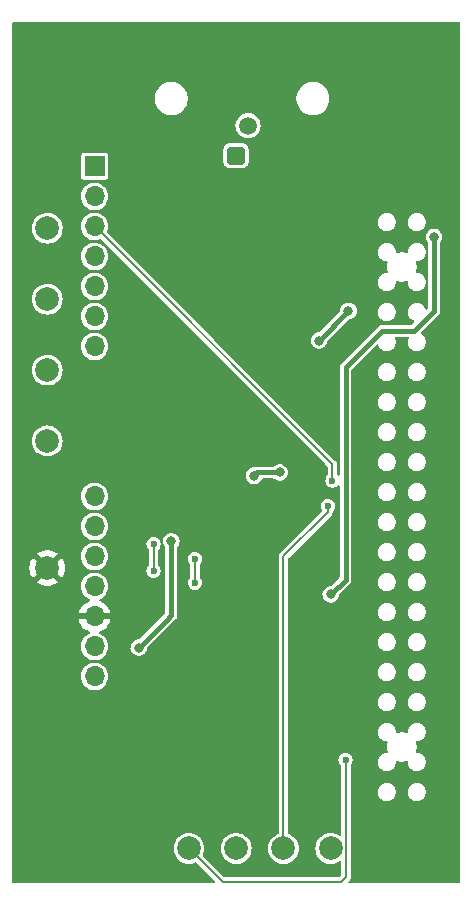
<source format=gbl>
G04 #@! TF.GenerationSoftware,KiCad,Pcbnew,8.0.4*
G04 #@! TF.CreationDate,2024-09-04T02:40:27-04:00*
G04 #@! TF.ProjectId,phone_pcb,70686f6e-655f-4706-9362-2e6b69636164,rev?*
G04 #@! TF.SameCoordinates,Original*
G04 #@! TF.FileFunction,Copper,L2,Bot*
G04 #@! TF.FilePolarity,Positive*
%FSLAX46Y46*%
G04 Gerber Fmt 4.6, Leading zero omitted, Abs format (unit mm)*
G04 Created by KiCad (PCBNEW 8.0.4) date 2024-09-04 02:40:27*
%MOMM*%
%LPD*%
G01*
G04 APERTURE LIST*
G04 Aperture macros list*
%AMRoundRect*
0 Rectangle with rounded corners*
0 $1 Rounding radius*
0 $2 $3 $4 $5 $6 $7 $8 $9 X,Y pos of 4 corners*
0 Add a 4 corners polygon primitive as box body*
4,1,4,$2,$3,$4,$5,$6,$7,$8,$9,$2,$3,0*
0 Add four circle primitives for the rounded corners*
1,1,$1+$1,$2,$3*
1,1,$1+$1,$4,$5*
1,1,$1+$1,$6,$7*
1,1,$1+$1,$8,$9*
0 Add four rect primitives between the rounded corners*
20,1,$1+$1,$2,$3,$4,$5,0*
20,1,$1+$1,$4,$5,$6,$7,0*
20,1,$1+$1,$6,$7,$8,$9,0*
20,1,$1+$1,$8,$9,$2,$3,0*%
G04 Aperture macros list end*
G04 #@! TA.AperFunction,ComponentPad*
%ADD10RoundRect,0.250000X0.510000X0.510000X-0.510000X0.510000X-0.510000X-0.510000X0.510000X-0.510000X0*%
G04 #@! TD*
G04 #@! TA.AperFunction,ComponentPad*
%ADD11C,1.520000*%
G04 #@! TD*
G04 #@! TA.AperFunction,ComponentPad*
%ADD12C,2.000000*%
G04 #@! TD*
G04 #@! TA.AperFunction,ComponentPad*
%ADD13R,1.700000X1.700000*%
G04 #@! TD*
G04 #@! TA.AperFunction,ComponentPad*
%ADD14O,1.700000X1.700000*%
G04 #@! TD*
G04 #@! TA.AperFunction,ViaPad*
%ADD15C,0.600000*%
G04 #@! TD*
G04 #@! TA.AperFunction,ViaPad*
%ADD16C,0.800000*%
G04 #@! TD*
G04 #@! TA.AperFunction,Conductor*
%ADD17C,0.200000*%
G04 #@! TD*
G04 #@! TA.AperFunction,Conductor*
%ADD18C,0.400000*%
G04 #@! TD*
G04 APERTURE END LIST*
D10*
X69730000Y-62090000D03*
D11*
X70750000Y-59550000D03*
D12*
X53750000Y-97000000D03*
D13*
X57750000Y-63010000D03*
D14*
X57750000Y-65550000D03*
X57750000Y-68090000D03*
X57750000Y-70630000D03*
X57750000Y-73170000D03*
X57750000Y-75710000D03*
X57750000Y-78250000D03*
X57750000Y-90950000D03*
X57750000Y-93490000D03*
X57750000Y-96030000D03*
X57750000Y-98570000D03*
X57750000Y-101110000D03*
X57750000Y-103650000D03*
X57750000Y-106190000D03*
D12*
X53750000Y-86250000D03*
X53750000Y-74250000D03*
X65750000Y-120750000D03*
X77750000Y-120750000D03*
X73750000Y-120750000D03*
X53750000Y-68250000D03*
X69750000Y-120750000D03*
X53750000Y-80250000D03*
D15*
X77500000Y-91750000D03*
X80000000Y-118000000D03*
X84000000Y-109750000D03*
D16*
X64250000Y-94750000D03*
X61500000Y-103750000D03*
D15*
X62750000Y-95000000D03*
X66250000Y-96250000D03*
X66250000Y-98250000D03*
D16*
X77750000Y-99250000D03*
D15*
X77894660Y-89605340D03*
D16*
X71250000Y-89200000D03*
X73420000Y-88920000D03*
X76750000Y-77750000D03*
X79250000Y-75250000D03*
D15*
X62750000Y-97250000D03*
X79000000Y-113250000D03*
D16*
X86500000Y-69000000D03*
D17*
X77500000Y-91750000D02*
X77500000Y-92250000D01*
X77500000Y-92250000D02*
X73750000Y-96000000D01*
X73750000Y-96000000D02*
X73750000Y-120750000D01*
X77894660Y-89605340D02*
X77894660Y-88234660D01*
X77894660Y-88234660D02*
X57750000Y-68090000D01*
D18*
X63875000Y-101375000D02*
X61500000Y-103750000D01*
X64250000Y-101000000D02*
X63875000Y-101375000D01*
X64250000Y-94750000D02*
X64250000Y-101000000D01*
D17*
X62750000Y-97250000D02*
X62750000Y-95000000D01*
X66250000Y-96250000D02*
X66250000Y-98250000D01*
D18*
X79000000Y-98000000D02*
X77750000Y-99250000D01*
X79000000Y-85750000D02*
X79000000Y-98000000D01*
X71530000Y-88920000D02*
X71250000Y-89200000D01*
X73420000Y-88920000D02*
X71530000Y-88920000D01*
X79250000Y-75250000D02*
X76750000Y-77750000D01*
D17*
X79050000Y-123176224D02*
X79050000Y-113300000D01*
X79050000Y-113300000D02*
X79000000Y-113250000D01*
X78626224Y-123600000D02*
X79050000Y-123176224D01*
X68600000Y-123600000D02*
X78626224Y-123600000D01*
D18*
X84817645Y-76910000D02*
X86500000Y-75227645D01*
X86500000Y-75227645D02*
X86500000Y-69000000D01*
X79000000Y-85750000D02*
X79000000Y-80012355D01*
X82102355Y-76910000D02*
X84817645Y-76910000D01*
X79000000Y-80012355D02*
X82102355Y-76910000D01*
D17*
X68600000Y-123600000D02*
X65750000Y-120750000D01*
G04 #@! TA.AperFunction,Conductor*
G36*
X88658691Y-50819407D02*
G01*
X88694655Y-50868907D01*
X88699500Y-50899500D01*
X88699500Y-123600500D01*
X88680593Y-123658691D01*
X88631093Y-123694655D01*
X88600500Y-123699500D01*
X79332122Y-123699500D01*
X79273931Y-123680593D01*
X79237967Y-123631093D01*
X79237967Y-123569907D01*
X79262117Y-123530498D01*
X79262119Y-123530496D01*
X79295910Y-123496705D01*
X79295913Y-123496704D01*
X79370480Y-123422137D01*
X79409769Y-123354087D01*
X79423207Y-123330812D01*
X79450500Y-123228951D01*
X79450500Y-123123497D01*
X79450500Y-115895372D01*
X81739098Y-115895372D01*
X81739098Y-116045183D01*
X81768323Y-116192107D01*
X81768323Y-116192109D01*
X81825649Y-116330507D01*
X81825649Y-116330508D01*
X81867122Y-116392575D01*
X81908879Y-116455069D01*
X82014807Y-116560997D01*
X82139366Y-116644225D01*
X82277768Y-116701553D01*
X82424695Y-116730778D01*
X82424696Y-116730778D01*
X82574500Y-116730778D01*
X82574501Y-116730778D01*
X82721428Y-116701553D01*
X82859830Y-116644225D01*
X82984389Y-116560997D01*
X83090317Y-116455069D01*
X83173545Y-116330510D01*
X83230873Y-116192108D01*
X83260098Y-116045181D01*
X83260098Y-115895375D01*
X83260097Y-115895372D01*
X84279098Y-115895372D01*
X84279098Y-116045183D01*
X84308323Y-116192107D01*
X84308323Y-116192109D01*
X84365649Y-116330507D01*
X84365649Y-116330508D01*
X84407122Y-116392575D01*
X84448879Y-116455069D01*
X84554807Y-116560997D01*
X84679366Y-116644225D01*
X84817768Y-116701553D01*
X84964695Y-116730778D01*
X84964696Y-116730778D01*
X85114500Y-116730778D01*
X85114501Y-116730778D01*
X85261428Y-116701553D01*
X85399830Y-116644225D01*
X85524389Y-116560997D01*
X85630317Y-116455069D01*
X85713545Y-116330510D01*
X85770873Y-116192108D01*
X85800098Y-116045181D01*
X85800098Y-115895375D01*
X85770873Y-115748448D01*
X85713546Y-115610048D01*
X85713546Y-115610047D01*
X85692809Y-115579013D01*
X85630317Y-115485487D01*
X85524389Y-115379559D01*
X85399830Y-115296331D01*
X85399829Y-115296330D01*
X85399827Y-115296329D01*
X85261428Y-115239003D01*
X85114503Y-115209778D01*
X85114501Y-115209778D01*
X84964695Y-115209778D01*
X84964692Y-115209778D01*
X84817768Y-115239003D01*
X84817766Y-115239003D01*
X84679368Y-115296329D01*
X84679367Y-115296329D01*
X84554807Y-115379559D01*
X84554803Y-115379562D01*
X84448882Y-115485483D01*
X84448879Y-115485487D01*
X84365649Y-115610047D01*
X84365649Y-115610048D01*
X84308323Y-115748446D01*
X84308323Y-115748448D01*
X84279098Y-115895372D01*
X83260097Y-115895372D01*
X83230873Y-115748448D01*
X83173546Y-115610048D01*
X83173546Y-115610047D01*
X83152809Y-115579013D01*
X83090317Y-115485487D01*
X82984389Y-115379559D01*
X82859830Y-115296331D01*
X82859829Y-115296330D01*
X82859827Y-115296329D01*
X82721428Y-115239003D01*
X82574503Y-115209778D01*
X82574501Y-115209778D01*
X82424695Y-115209778D01*
X82424692Y-115209778D01*
X82277768Y-115239003D01*
X82277766Y-115239003D01*
X82139368Y-115296329D01*
X82139367Y-115296329D01*
X82014807Y-115379559D01*
X82014803Y-115379562D01*
X81908882Y-115485483D01*
X81908879Y-115485487D01*
X81825649Y-115610047D01*
X81825649Y-115610048D01*
X81768323Y-115748446D01*
X81768323Y-115748448D01*
X81739098Y-115895372D01*
X79450500Y-115895372D01*
X79450500Y-113682932D01*
X79469407Y-113624741D01*
X79470936Y-113622693D01*
X79524536Y-113552841D01*
X79585044Y-113406762D01*
X79605682Y-113250000D01*
X79585044Y-113093238D01*
X79524537Y-112947161D01*
X79524537Y-112947160D01*
X79428286Y-112821723D01*
X79428285Y-112821722D01*
X79428282Y-112821718D01*
X79428277Y-112821714D01*
X79428276Y-112821713D01*
X79302838Y-112725462D01*
X79156766Y-112664957D01*
X79156758Y-112664955D01*
X79000001Y-112644318D01*
X78999999Y-112644318D01*
X78843241Y-112664955D01*
X78843233Y-112664957D01*
X78697161Y-112725462D01*
X78697160Y-112725462D01*
X78571723Y-112821713D01*
X78571713Y-112821723D01*
X78475462Y-112947160D01*
X78475462Y-112947161D01*
X78414957Y-113093233D01*
X78414955Y-113093241D01*
X78394318Y-113249999D01*
X78394318Y-113250000D01*
X78414955Y-113406758D01*
X78414957Y-113406766D01*
X78475462Y-113552838D01*
X78475462Y-113552839D01*
X78571713Y-113678276D01*
X78571718Y-113678282D01*
X78571722Y-113678285D01*
X78610767Y-113708245D01*
X78645423Y-113758669D01*
X78649500Y-113786787D01*
X78649500Y-119602041D01*
X78630593Y-119660232D01*
X78581093Y-119696196D01*
X78519907Y-119696196D01*
X78493717Y-119683138D01*
X78453127Y-119654717D01*
X78402734Y-119619432D01*
X78402731Y-119619431D01*
X78402729Y-119619429D01*
X78402723Y-119619426D01*
X78196499Y-119523262D01*
X78196500Y-119523262D01*
X78098238Y-119496933D01*
X77976692Y-119464365D01*
X77976691Y-119464364D01*
X77976684Y-119464363D01*
X77750003Y-119444532D01*
X77749997Y-119444532D01*
X77523315Y-119464363D01*
X77303499Y-119523262D01*
X77097276Y-119619426D01*
X77097262Y-119619434D01*
X76910869Y-119749946D01*
X76910867Y-119749947D01*
X76749947Y-119910867D01*
X76749946Y-119910869D01*
X76619434Y-120097262D01*
X76619426Y-120097276D01*
X76523262Y-120303499D01*
X76464363Y-120523315D01*
X76444532Y-120749996D01*
X76444532Y-120750003D01*
X76464363Y-120976684D01*
X76523262Y-121196500D01*
X76619426Y-121402723D01*
X76619434Y-121402737D01*
X76749946Y-121589130D01*
X76749947Y-121589132D01*
X76749950Y-121589135D01*
X76749953Y-121589139D01*
X76910861Y-121750047D01*
X76910864Y-121750049D01*
X76910867Y-121750052D01*
X76910869Y-121750053D01*
X77009184Y-121818893D01*
X77097266Y-121880568D01*
X77097272Y-121880571D01*
X77097276Y-121880573D01*
X77303500Y-121976737D01*
X77303504Y-121976739D01*
X77523308Y-122035635D01*
X77523312Y-122035635D01*
X77523315Y-122035636D01*
X77749997Y-122055468D01*
X77750000Y-122055468D01*
X77750003Y-122055468D01*
X77976684Y-122035636D01*
X77976685Y-122035635D01*
X77976692Y-122035635D01*
X78196496Y-121976739D01*
X78402734Y-121880568D01*
X78493716Y-121816861D01*
X78552228Y-121798973D01*
X78610080Y-121818893D01*
X78645174Y-121869014D01*
X78649500Y-121897958D01*
X78649500Y-122969323D01*
X78630593Y-123027514D01*
X78620504Y-123039327D01*
X78489327Y-123170504D01*
X78434810Y-123198281D01*
X78419323Y-123199500D01*
X68806900Y-123199500D01*
X68748709Y-123180593D01*
X68736896Y-123170504D01*
X66957748Y-121391355D01*
X66929971Y-121336838D01*
X66938028Y-121279511D01*
X66976737Y-121196500D01*
X66976739Y-121196496D01*
X67035635Y-120976692D01*
X67055468Y-120750000D01*
X67055468Y-120749996D01*
X68444532Y-120749996D01*
X68444532Y-120750003D01*
X68464363Y-120976684D01*
X68523262Y-121196500D01*
X68619426Y-121402723D01*
X68619434Y-121402737D01*
X68749946Y-121589130D01*
X68749947Y-121589132D01*
X68749950Y-121589135D01*
X68749953Y-121589139D01*
X68910861Y-121750047D01*
X68910864Y-121750049D01*
X68910867Y-121750052D01*
X68910869Y-121750053D01*
X69009184Y-121818893D01*
X69097266Y-121880568D01*
X69097272Y-121880571D01*
X69097276Y-121880573D01*
X69303500Y-121976737D01*
X69303504Y-121976739D01*
X69523308Y-122035635D01*
X69523312Y-122035635D01*
X69523315Y-122035636D01*
X69749997Y-122055468D01*
X69750000Y-122055468D01*
X69750003Y-122055468D01*
X69976684Y-122035636D01*
X69976685Y-122035635D01*
X69976692Y-122035635D01*
X70196496Y-121976739D01*
X70402734Y-121880568D01*
X70589139Y-121750047D01*
X70750047Y-121589139D01*
X70880568Y-121402734D01*
X70976739Y-121196496D01*
X71035635Y-120976692D01*
X71055468Y-120750000D01*
X71055468Y-120749996D01*
X72444532Y-120749996D01*
X72444532Y-120750003D01*
X72464363Y-120976684D01*
X72523262Y-121196500D01*
X72619426Y-121402723D01*
X72619434Y-121402737D01*
X72749946Y-121589130D01*
X72749947Y-121589132D01*
X72749950Y-121589135D01*
X72749953Y-121589139D01*
X72910861Y-121750047D01*
X72910864Y-121750049D01*
X72910867Y-121750052D01*
X72910869Y-121750053D01*
X73009184Y-121818893D01*
X73097266Y-121880568D01*
X73097272Y-121880571D01*
X73097276Y-121880573D01*
X73303500Y-121976737D01*
X73303504Y-121976739D01*
X73523308Y-122035635D01*
X73523312Y-122035635D01*
X73523315Y-122035636D01*
X73749997Y-122055468D01*
X73750000Y-122055468D01*
X73750003Y-122055468D01*
X73976684Y-122035636D01*
X73976685Y-122035635D01*
X73976692Y-122035635D01*
X74196496Y-121976739D01*
X74402734Y-121880568D01*
X74589139Y-121750047D01*
X74750047Y-121589139D01*
X74880568Y-121402734D01*
X74976739Y-121196496D01*
X75035635Y-120976692D01*
X75055468Y-120750000D01*
X75035635Y-120523308D01*
X74976739Y-120303504D01*
X74880568Y-120097266D01*
X74750053Y-119910869D01*
X74750052Y-119910867D01*
X74750049Y-119910864D01*
X74750047Y-119910861D01*
X74589139Y-119749953D01*
X74589135Y-119749950D01*
X74589132Y-119749947D01*
X74589130Y-119749946D01*
X74402737Y-119619434D01*
X74402728Y-119619428D01*
X74207660Y-119528466D01*
X74162912Y-119486738D01*
X74150500Y-119438742D01*
X74150500Y-110815372D01*
X81739098Y-110815372D01*
X81739098Y-110965183D01*
X81768323Y-111112107D01*
X81768323Y-111112109D01*
X81825649Y-111250507D01*
X81825649Y-111250508D01*
X81867122Y-111312575D01*
X81908879Y-111375069D01*
X82014807Y-111480997D01*
X82139366Y-111564225D01*
X82277768Y-111621553D01*
X82424695Y-111650778D01*
X82424696Y-111650778D01*
X82484029Y-111650778D01*
X82542220Y-111669685D01*
X82578184Y-111719185D01*
X82578184Y-111780369D01*
X82578183Y-111780371D01*
X82549888Y-111867450D01*
X82519098Y-112061857D01*
X82519098Y-112258698D01*
X82549888Y-112453105D01*
X82578183Y-112540185D01*
X82578184Y-112601370D01*
X82542220Y-112650870D01*
X82484029Y-112669778D01*
X82424692Y-112669778D01*
X82277768Y-112699003D01*
X82277766Y-112699003D01*
X82139368Y-112756329D01*
X82139367Y-112756329D01*
X82014807Y-112839559D01*
X82014803Y-112839562D01*
X81908882Y-112945483D01*
X81908879Y-112945487D01*
X81825649Y-113070047D01*
X81825649Y-113070048D01*
X81768323Y-113208446D01*
X81768323Y-113208448D01*
X81739098Y-113355372D01*
X81739098Y-113505183D01*
X81748578Y-113552841D01*
X81762879Y-113624741D01*
X81768323Y-113652107D01*
X81768323Y-113652109D01*
X81825649Y-113790507D01*
X81825649Y-113790508D01*
X81867122Y-113852575D01*
X81908879Y-113915069D01*
X82014807Y-114020997D01*
X82139366Y-114104225D01*
X82277768Y-114161553D01*
X82424695Y-114190778D01*
X82424696Y-114190778D01*
X82574500Y-114190778D01*
X82574501Y-114190778D01*
X82721428Y-114161553D01*
X82859830Y-114104225D01*
X82984389Y-114020997D01*
X83090317Y-113915069D01*
X83173545Y-113790510D01*
X83230873Y-113652108D01*
X83260098Y-113505181D01*
X83260098Y-113445847D01*
X83279005Y-113387656D01*
X83328505Y-113351692D01*
X83389689Y-113351692D01*
X83389691Y-113351692D01*
X83389691Y-113351693D01*
X83476771Y-113379987D01*
X83476768Y-113379987D01*
X83671178Y-113410778D01*
X83671181Y-113410778D01*
X83868018Y-113410778D01*
X84062425Y-113379987D01*
X84149505Y-113351693D01*
X84210690Y-113351692D01*
X84260190Y-113387656D01*
X84279098Y-113445847D01*
X84279098Y-113505183D01*
X84288578Y-113552841D01*
X84302879Y-113624741D01*
X84308323Y-113652107D01*
X84308323Y-113652109D01*
X84365649Y-113790507D01*
X84365649Y-113790508D01*
X84407122Y-113852575D01*
X84448879Y-113915069D01*
X84554807Y-114020997D01*
X84679366Y-114104225D01*
X84817768Y-114161553D01*
X84964695Y-114190778D01*
X84964696Y-114190778D01*
X85114500Y-114190778D01*
X85114501Y-114190778D01*
X85261428Y-114161553D01*
X85399830Y-114104225D01*
X85524389Y-114020997D01*
X85630317Y-113915069D01*
X85713545Y-113790510D01*
X85770873Y-113652108D01*
X85800098Y-113505181D01*
X85800098Y-113355375D01*
X85770873Y-113208448D01*
X85723153Y-113093241D01*
X85713546Y-113070048D01*
X85713546Y-113070047D01*
X85692809Y-113039013D01*
X85630317Y-112945487D01*
X85524389Y-112839559D01*
X85399830Y-112756331D01*
X85399829Y-112756330D01*
X85399827Y-112756329D01*
X85261428Y-112699003D01*
X85114503Y-112669778D01*
X85114501Y-112669778D01*
X85055167Y-112669778D01*
X84996976Y-112650871D01*
X84961012Y-112601371D01*
X84961012Y-112540186D01*
X84989307Y-112453104D01*
X85020098Y-112258695D01*
X85020098Y-112061861D01*
X85020098Y-112061857D01*
X84989307Y-111867450D01*
X84961013Y-111780371D01*
X84961012Y-111719186D01*
X84996976Y-111669686D01*
X85055167Y-111650778D01*
X85114500Y-111650778D01*
X85114501Y-111650778D01*
X85261428Y-111621553D01*
X85399830Y-111564225D01*
X85524389Y-111480997D01*
X85630317Y-111375069D01*
X85713545Y-111250510D01*
X85770873Y-111112108D01*
X85800098Y-110965181D01*
X85800098Y-110815375D01*
X85770873Y-110668448D01*
X85713546Y-110530048D01*
X85713546Y-110530047D01*
X85692809Y-110499013D01*
X85630317Y-110405487D01*
X85524389Y-110299559D01*
X85399830Y-110216331D01*
X85399829Y-110216330D01*
X85399827Y-110216329D01*
X85261428Y-110159003D01*
X85114503Y-110129778D01*
X85114501Y-110129778D01*
X84964695Y-110129778D01*
X84964692Y-110129778D01*
X84817768Y-110159003D01*
X84817766Y-110159003D01*
X84679368Y-110216329D01*
X84679367Y-110216329D01*
X84554807Y-110299559D01*
X84554803Y-110299562D01*
X84448882Y-110405483D01*
X84448879Y-110405487D01*
X84365649Y-110530047D01*
X84365649Y-110530048D01*
X84308323Y-110668446D01*
X84308323Y-110668448D01*
X84279098Y-110815372D01*
X84279098Y-110874708D01*
X84260191Y-110932899D01*
X84210691Y-110968863D01*
X84149506Y-110968863D01*
X84062421Y-110940568D01*
X83868018Y-110909778D01*
X83868015Y-110909778D01*
X83671181Y-110909778D01*
X83671178Y-110909778D01*
X83476774Y-110940568D01*
X83389690Y-110968863D01*
X83328505Y-110968862D01*
X83279005Y-110932898D01*
X83260098Y-110874708D01*
X83260098Y-110815375D01*
X83260097Y-110815372D01*
X83230873Y-110668448D01*
X83173546Y-110530048D01*
X83173546Y-110530047D01*
X83152809Y-110499013D01*
X83090317Y-110405487D01*
X82984389Y-110299559D01*
X82859830Y-110216331D01*
X82859829Y-110216330D01*
X82859827Y-110216329D01*
X82721428Y-110159003D01*
X82574503Y-110129778D01*
X82574501Y-110129778D01*
X82424695Y-110129778D01*
X82424692Y-110129778D01*
X82277768Y-110159003D01*
X82277766Y-110159003D01*
X82139368Y-110216329D01*
X82139367Y-110216329D01*
X82014807Y-110299559D01*
X82014803Y-110299562D01*
X81908882Y-110405483D01*
X81908879Y-110405487D01*
X81825649Y-110530047D01*
X81825649Y-110530048D01*
X81768323Y-110668446D01*
X81768323Y-110668448D01*
X81739098Y-110815372D01*
X74150500Y-110815372D01*
X74150500Y-108275372D01*
X81739098Y-108275372D01*
X81739098Y-108425183D01*
X81768323Y-108572107D01*
X81768323Y-108572109D01*
X81825649Y-108710507D01*
X81825649Y-108710508D01*
X81867122Y-108772575D01*
X81908879Y-108835069D01*
X82014807Y-108940997D01*
X82139366Y-109024225D01*
X82277768Y-109081553D01*
X82424695Y-109110778D01*
X82424696Y-109110778D01*
X82574500Y-109110778D01*
X82574501Y-109110778D01*
X82721428Y-109081553D01*
X82859830Y-109024225D01*
X82984389Y-108940997D01*
X83090317Y-108835069D01*
X83173545Y-108710510D01*
X83230873Y-108572108D01*
X83260098Y-108425181D01*
X83260098Y-108275375D01*
X83260097Y-108275372D01*
X84279098Y-108275372D01*
X84279098Y-108425183D01*
X84308323Y-108572107D01*
X84308323Y-108572109D01*
X84365649Y-108710507D01*
X84365649Y-108710508D01*
X84407122Y-108772575D01*
X84448879Y-108835069D01*
X84554807Y-108940997D01*
X84679366Y-109024225D01*
X84817768Y-109081553D01*
X84964695Y-109110778D01*
X84964696Y-109110778D01*
X85114500Y-109110778D01*
X85114501Y-109110778D01*
X85261428Y-109081553D01*
X85399830Y-109024225D01*
X85524389Y-108940997D01*
X85630317Y-108835069D01*
X85713545Y-108710510D01*
X85770873Y-108572108D01*
X85800098Y-108425181D01*
X85800098Y-108275375D01*
X85770873Y-108128448D01*
X85713546Y-107990048D01*
X85713546Y-107990047D01*
X85692809Y-107959013D01*
X85630317Y-107865487D01*
X85524389Y-107759559D01*
X85399830Y-107676331D01*
X85399829Y-107676330D01*
X85399827Y-107676329D01*
X85261428Y-107619003D01*
X85114503Y-107589778D01*
X85114501Y-107589778D01*
X84964695Y-107589778D01*
X84964692Y-107589778D01*
X84817768Y-107619003D01*
X84817766Y-107619003D01*
X84679368Y-107676329D01*
X84679367Y-107676329D01*
X84554807Y-107759559D01*
X84554803Y-107759562D01*
X84448882Y-107865483D01*
X84448879Y-107865487D01*
X84365649Y-107990047D01*
X84365649Y-107990048D01*
X84308323Y-108128446D01*
X84308323Y-108128448D01*
X84279098Y-108275372D01*
X83260097Y-108275372D01*
X83230873Y-108128448D01*
X83173546Y-107990048D01*
X83173546Y-107990047D01*
X83152809Y-107959013D01*
X83090317Y-107865487D01*
X82984389Y-107759559D01*
X82859830Y-107676331D01*
X82859829Y-107676330D01*
X82859827Y-107676329D01*
X82721428Y-107619003D01*
X82574503Y-107589778D01*
X82574501Y-107589778D01*
X82424695Y-107589778D01*
X82424692Y-107589778D01*
X82277768Y-107619003D01*
X82277766Y-107619003D01*
X82139368Y-107676329D01*
X82139367Y-107676329D01*
X82014807Y-107759559D01*
X82014803Y-107759562D01*
X81908882Y-107865483D01*
X81908879Y-107865487D01*
X81825649Y-107990047D01*
X81825649Y-107990048D01*
X81768323Y-108128446D01*
X81768323Y-108128448D01*
X81739098Y-108275372D01*
X74150500Y-108275372D01*
X74150500Y-105735372D01*
X81739098Y-105735372D01*
X81739098Y-105885183D01*
X81768323Y-106032107D01*
X81768323Y-106032109D01*
X81825649Y-106170507D01*
X81825649Y-106170508D01*
X81867122Y-106232575D01*
X81908879Y-106295069D01*
X82014807Y-106400997D01*
X82139366Y-106484225D01*
X82277768Y-106541553D01*
X82424695Y-106570778D01*
X82424696Y-106570778D01*
X82574500Y-106570778D01*
X82574501Y-106570778D01*
X82721428Y-106541553D01*
X82859830Y-106484225D01*
X82984389Y-106400997D01*
X83090317Y-106295069D01*
X83173545Y-106170510D01*
X83230873Y-106032108D01*
X83260098Y-105885181D01*
X83260098Y-105735375D01*
X83260097Y-105735372D01*
X84279098Y-105735372D01*
X84279098Y-105885183D01*
X84308323Y-106032107D01*
X84308323Y-106032109D01*
X84365649Y-106170507D01*
X84365649Y-106170508D01*
X84407122Y-106232575D01*
X84448879Y-106295069D01*
X84554807Y-106400997D01*
X84679366Y-106484225D01*
X84817768Y-106541553D01*
X84964695Y-106570778D01*
X84964696Y-106570778D01*
X85114500Y-106570778D01*
X85114501Y-106570778D01*
X85261428Y-106541553D01*
X85399830Y-106484225D01*
X85524389Y-106400997D01*
X85630317Y-106295069D01*
X85713545Y-106170510D01*
X85770873Y-106032108D01*
X85800098Y-105885181D01*
X85800098Y-105735375D01*
X85770873Y-105588448D01*
X85713546Y-105450048D01*
X85713546Y-105450047D01*
X85687847Y-105411586D01*
X85630317Y-105325487D01*
X85524389Y-105219559D01*
X85399830Y-105136331D01*
X85399829Y-105136330D01*
X85399827Y-105136329D01*
X85261428Y-105079003D01*
X85114503Y-105049778D01*
X85114501Y-105049778D01*
X84964695Y-105049778D01*
X84964692Y-105049778D01*
X84817768Y-105079003D01*
X84817766Y-105079003D01*
X84679368Y-105136329D01*
X84679367Y-105136329D01*
X84554807Y-105219559D01*
X84554803Y-105219562D01*
X84448882Y-105325483D01*
X84448879Y-105325487D01*
X84365649Y-105450047D01*
X84365649Y-105450048D01*
X84308323Y-105588446D01*
X84308323Y-105588448D01*
X84279098Y-105735372D01*
X83260097Y-105735372D01*
X83230873Y-105588448D01*
X83173546Y-105450048D01*
X83173546Y-105450047D01*
X83147847Y-105411586D01*
X83090317Y-105325487D01*
X82984389Y-105219559D01*
X82859830Y-105136331D01*
X82859829Y-105136330D01*
X82859827Y-105136329D01*
X82721428Y-105079003D01*
X82574503Y-105049778D01*
X82574501Y-105049778D01*
X82424695Y-105049778D01*
X82424692Y-105049778D01*
X82277768Y-105079003D01*
X82277766Y-105079003D01*
X82139368Y-105136329D01*
X82139367Y-105136329D01*
X82014807Y-105219559D01*
X82014803Y-105219562D01*
X81908882Y-105325483D01*
X81908879Y-105325487D01*
X81825649Y-105450047D01*
X81825649Y-105450048D01*
X81768323Y-105588446D01*
X81768323Y-105588448D01*
X81739098Y-105735372D01*
X74150500Y-105735372D01*
X74150500Y-103195372D01*
X81739098Y-103195372D01*
X81739098Y-103345183D01*
X81768323Y-103492107D01*
X81768323Y-103492109D01*
X81825649Y-103630507D01*
X81825649Y-103630508D01*
X81867122Y-103692575D01*
X81908879Y-103755069D01*
X82014807Y-103860997D01*
X82139366Y-103944225D01*
X82277768Y-104001553D01*
X82424695Y-104030778D01*
X82424696Y-104030778D01*
X82574500Y-104030778D01*
X82574501Y-104030778D01*
X82721428Y-104001553D01*
X82859830Y-103944225D01*
X82984389Y-103860997D01*
X83090317Y-103755069D01*
X83173545Y-103630510D01*
X83230873Y-103492108D01*
X83260098Y-103345181D01*
X83260098Y-103195375D01*
X83260097Y-103195372D01*
X84279098Y-103195372D01*
X84279098Y-103345183D01*
X84308323Y-103492107D01*
X84308323Y-103492109D01*
X84365649Y-103630507D01*
X84365649Y-103630508D01*
X84407122Y-103692575D01*
X84448879Y-103755069D01*
X84554807Y-103860997D01*
X84679366Y-103944225D01*
X84817768Y-104001553D01*
X84964695Y-104030778D01*
X84964696Y-104030778D01*
X85114500Y-104030778D01*
X85114501Y-104030778D01*
X85261428Y-104001553D01*
X85399830Y-103944225D01*
X85524389Y-103860997D01*
X85630317Y-103755069D01*
X85713545Y-103630510D01*
X85770873Y-103492108D01*
X85800098Y-103345181D01*
X85800098Y-103195375D01*
X85770873Y-103048448D01*
X85713546Y-102910048D01*
X85713546Y-102910047D01*
X85687847Y-102871586D01*
X85630317Y-102785487D01*
X85524389Y-102679559D01*
X85399830Y-102596331D01*
X85399829Y-102596330D01*
X85399827Y-102596329D01*
X85261428Y-102539003D01*
X85114503Y-102509778D01*
X85114501Y-102509778D01*
X84964695Y-102509778D01*
X84964692Y-102509778D01*
X84817768Y-102539003D01*
X84817766Y-102539003D01*
X84679368Y-102596329D01*
X84679367Y-102596329D01*
X84554807Y-102679559D01*
X84554803Y-102679562D01*
X84448882Y-102785483D01*
X84448879Y-102785487D01*
X84365649Y-102910047D01*
X84365649Y-102910048D01*
X84308323Y-103048446D01*
X84308323Y-103048448D01*
X84279098Y-103195372D01*
X83260097Y-103195372D01*
X83230873Y-103048448D01*
X83173546Y-102910048D01*
X83173546Y-102910047D01*
X83147847Y-102871586D01*
X83090317Y-102785487D01*
X82984389Y-102679559D01*
X82859830Y-102596331D01*
X82859829Y-102596330D01*
X82859827Y-102596329D01*
X82721428Y-102539003D01*
X82574503Y-102509778D01*
X82574501Y-102509778D01*
X82424695Y-102509778D01*
X82424692Y-102509778D01*
X82277768Y-102539003D01*
X82277766Y-102539003D01*
X82139368Y-102596329D01*
X82139367Y-102596329D01*
X82014807Y-102679559D01*
X82014803Y-102679562D01*
X81908882Y-102785483D01*
X81908879Y-102785487D01*
X81825649Y-102910047D01*
X81825649Y-102910048D01*
X81768323Y-103048446D01*
X81768323Y-103048448D01*
X81739098Y-103195372D01*
X74150500Y-103195372D01*
X74150500Y-100655372D01*
X81739098Y-100655372D01*
X81739098Y-100805183D01*
X81768323Y-100952107D01*
X81768323Y-100952109D01*
X81825649Y-101090507D01*
X81825649Y-101090508D01*
X81867122Y-101152575D01*
X81908879Y-101215069D01*
X82014807Y-101320997D01*
X82139366Y-101404225D01*
X82277768Y-101461553D01*
X82424695Y-101490778D01*
X82424696Y-101490778D01*
X82574500Y-101490778D01*
X82574501Y-101490778D01*
X82721428Y-101461553D01*
X82859830Y-101404225D01*
X82984389Y-101320997D01*
X83090317Y-101215069D01*
X83173545Y-101090510D01*
X83230873Y-100952108D01*
X83260098Y-100805181D01*
X83260098Y-100655375D01*
X83260097Y-100655372D01*
X84279098Y-100655372D01*
X84279098Y-100805183D01*
X84308323Y-100952107D01*
X84308323Y-100952109D01*
X84365649Y-101090507D01*
X84365649Y-101090508D01*
X84407122Y-101152575D01*
X84448879Y-101215069D01*
X84554807Y-101320997D01*
X84679366Y-101404225D01*
X84817768Y-101461553D01*
X84964695Y-101490778D01*
X84964696Y-101490778D01*
X85114500Y-101490778D01*
X85114501Y-101490778D01*
X85261428Y-101461553D01*
X85399830Y-101404225D01*
X85524389Y-101320997D01*
X85630317Y-101215069D01*
X85713545Y-101090510D01*
X85770873Y-100952108D01*
X85800098Y-100805181D01*
X85800098Y-100655375D01*
X85770873Y-100508448D01*
X85713546Y-100370048D01*
X85713546Y-100370047D01*
X85692809Y-100339013D01*
X85630317Y-100245487D01*
X85524389Y-100139559D01*
X85399830Y-100056331D01*
X85399829Y-100056330D01*
X85399827Y-100056329D01*
X85261428Y-99999003D01*
X85114503Y-99969778D01*
X85114501Y-99969778D01*
X84964695Y-99969778D01*
X84964692Y-99969778D01*
X84817768Y-99999003D01*
X84817766Y-99999003D01*
X84679368Y-100056329D01*
X84679367Y-100056329D01*
X84554807Y-100139559D01*
X84554803Y-100139562D01*
X84448882Y-100245483D01*
X84448879Y-100245487D01*
X84365649Y-100370047D01*
X84365649Y-100370048D01*
X84308323Y-100508446D01*
X84308323Y-100508448D01*
X84279098Y-100655372D01*
X83260097Y-100655372D01*
X83230873Y-100508448D01*
X83173546Y-100370048D01*
X83173546Y-100370047D01*
X83152809Y-100339013D01*
X83090317Y-100245487D01*
X82984389Y-100139559D01*
X82859830Y-100056331D01*
X82859829Y-100056330D01*
X82859827Y-100056329D01*
X82721428Y-99999003D01*
X82574503Y-99969778D01*
X82574501Y-99969778D01*
X82424695Y-99969778D01*
X82424692Y-99969778D01*
X82277768Y-99999003D01*
X82277766Y-99999003D01*
X82139368Y-100056329D01*
X82139367Y-100056329D01*
X82014807Y-100139559D01*
X82014803Y-100139562D01*
X81908882Y-100245483D01*
X81908879Y-100245487D01*
X81825649Y-100370047D01*
X81825649Y-100370048D01*
X81768323Y-100508446D01*
X81768323Y-100508448D01*
X81739098Y-100655372D01*
X74150500Y-100655372D01*
X74150500Y-96206900D01*
X74169407Y-96148709D01*
X74179490Y-96136902D01*
X77820480Y-92495913D01*
X77820483Y-92495908D01*
X77873205Y-92404592D01*
X77873205Y-92404590D01*
X77873207Y-92404588D01*
X77900500Y-92302727D01*
X77900500Y-92247071D01*
X77919407Y-92188880D01*
X77926715Y-92180324D01*
X78018029Y-92061321D01*
X78024536Y-92052841D01*
X78085044Y-91906762D01*
X78105682Y-91750000D01*
X78085044Y-91593238D01*
X78024537Y-91447161D01*
X78024537Y-91447160D01*
X77928286Y-91321723D01*
X77928285Y-91321722D01*
X77928282Y-91321718D01*
X77928277Y-91321714D01*
X77928276Y-91321713D01*
X77802838Y-91225462D01*
X77656766Y-91164957D01*
X77656758Y-91164955D01*
X77500001Y-91144318D01*
X77499999Y-91144318D01*
X77343241Y-91164955D01*
X77343233Y-91164957D01*
X77197161Y-91225462D01*
X77197160Y-91225462D01*
X77071723Y-91321713D01*
X77071713Y-91321723D01*
X76975462Y-91447160D01*
X76975462Y-91447161D01*
X76914957Y-91593233D01*
X76914955Y-91593241D01*
X76894318Y-91749999D01*
X76894318Y-91750000D01*
X76910385Y-91872047D01*
X76914956Y-91906762D01*
X76914958Y-91906766D01*
X76975463Y-92052839D01*
X76975464Y-92052841D01*
X76990038Y-92071834D01*
X77010462Y-92129510D01*
X76993084Y-92188175D01*
X76981500Y-92202105D01*
X73429517Y-95754090D01*
X73429516Y-95754091D01*
X73376793Y-95845411D01*
X73376792Y-95845411D01*
X73376793Y-95845412D01*
X73349500Y-95947273D01*
X73349500Y-119438742D01*
X73330593Y-119496933D01*
X73292340Y-119528466D01*
X73097271Y-119619428D01*
X73097262Y-119619434D01*
X72910869Y-119749946D01*
X72910867Y-119749947D01*
X72749947Y-119910867D01*
X72749946Y-119910869D01*
X72619434Y-120097262D01*
X72619426Y-120097276D01*
X72523262Y-120303499D01*
X72464363Y-120523315D01*
X72444532Y-120749996D01*
X71055468Y-120749996D01*
X71035635Y-120523308D01*
X70976739Y-120303504D01*
X70880568Y-120097266D01*
X70750053Y-119910869D01*
X70750052Y-119910867D01*
X70750049Y-119910864D01*
X70750047Y-119910861D01*
X70589139Y-119749953D01*
X70589135Y-119749950D01*
X70589132Y-119749947D01*
X70589130Y-119749946D01*
X70402737Y-119619434D01*
X70402736Y-119619433D01*
X70402734Y-119619432D01*
X70402728Y-119619429D01*
X70402723Y-119619426D01*
X70196499Y-119523262D01*
X70196500Y-119523262D01*
X70098238Y-119496933D01*
X69976692Y-119464365D01*
X69976691Y-119464364D01*
X69976684Y-119464363D01*
X69750003Y-119444532D01*
X69749997Y-119444532D01*
X69523315Y-119464363D01*
X69303499Y-119523262D01*
X69097276Y-119619426D01*
X69097262Y-119619434D01*
X68910869Y-119749946D01*
X68910867Y-119749947D01*
X68749947Y-119910867D01*
X68749946Y-119910869D01*
X68619434Y-120097262D01*
X68619426Y-120097276D01*
X68523262Y-120303499D01*
X68464363Y-120523315D01*
X68444532Y-120749996D01*
X67055468Y-120749996D01*
X67035635Y-120523308D01*
X66976739Y-120303504D01*
X66880568Y-120097266D01*
X66750053Y-119910869D01*
X66750052Y-119910867D01*
X66750049Y-119910864D01*
X66750047Y-119910861D01*
X66589139Y-119749953D01*
X66589135Y-119749950D01*
X66589132Y-119749947D01*
X66589130Y-119749946D01*
X66402737Y-119619434D01*
X66402736Y-119619433D01*
X66402734Y-119619432D01*
X66402728Y-119619429D01*
X66402723Y-119619426D01*
X66196499Y-119523262D01*
X66196500Y-119523262D01*
X66098238Y-119496933D01*
X65976692Y-119464365D01*
X65976691Y-119464364D01*
X65976684Y-119464363D01*
X65750003Y-119444532D01*
X65749997Y-119444532D01*
X65523315Y-119464363D01*
X65303499Y-119523262D01*
X65097276Y-119619426D01*
X65097262Y-119619434D01*
X64910869Y-119749946D01*
X64910867Y-119749947D01*
X64749947Y-119910867D01*
X64749946Y-119910869D01*
X64619434Y-120097262D01*
X64619426Y-120097276D01*
X64523262Y-120303499D01*
X64464363Y-120523315D01*
X64444532Y-120749996D01*
X64444532Y-120750003D01*
X64464363Y-120976684D01*
X64523262Y-121196500D01*
X64619426Y-121402723D01*
X64619434Y-121402737D01*
X64749946Y-121589130D01*
X64749947Y-121589132D01*
X64749950Y-121589135D01*
X64749953Y-121589139D01*
X64910861Y-121750047D01*
X64910864Y-121750049D01*
X64910867Y-121750052D01*
X64910869Y-121750053D01*
X65009184Y-121818893D01*
X65097266Y-121880568D01*
X65097272Y-121880571D01*
X65097276Y-121880573D01*
X65303500Y-121976737D01*
X65303504Y-121976739D01*
X65523308Y-122035635D01*
X65523312Y-122035635D01*
X65523315Y-122035636D01*
X65749997Y-122055468D01*
X65750000Y-122055468D01*
X65750003Y-122055468D01*
X65976684Y-122035636D01*
X65976685Y-122035635D01*
X65976692Y-122035635D01*
X66196496Y-121976739D01*
X66279511Y-121938027D01*
X66340241Y-121930571D01*
X66391355Y-121957748D01*
X67964104Y-123530496D01*
X67991881Y-123585013D01*
X67982310Y-123645445D01*
X67939045Y-123688710D01*
X67894100Y-123699500D01*
X50899500Y-123699500D01*
X50841309Y-123680593D01*
X50805345Y-123631093D01*
X50800500Y-123600500D01*
X50800500Y-106190000D01*
X56594571Y-106190000D01*
X56614244Y-106402310D01*
X56672595Y-106607389D01*
X56767634Y-106798255D01*
X56896128Y-106968407D01*
X56896135Y-106968413D01*
X57053692Y-107112047D01*
X57053699Y-107112053D01*
X57157389Y-107176255D01*
X57234981Y-107224298D01*
X57433802Y-107301321D01*
X57643390Y-107340500D01*
X57856610Y-107340500D01*
X58066198Y-107301321D01*
X58265019Y-107224298D01*
X58446302Y-107112052D01*
X58603872Y-106968407D01*
X58732366Y-106798255D01*
X58827405Y-106607389D01*
X58885756Y-106402310D01*
X58905429Y-106190000D01*
X58885756Y-105977690D01*
X58827405Y-105772611D01*
X58732366Y-105581745D01*
X58603872Y-105411593D01*
X58509419Y-105325487D01*
X58446307Y-105267952D01*
X58446300Y-105267946D01*
X58265024Y-105155705D01*
X58265019Y-105155702D01*
X58066195Y-105078678D01*
X57856610Y-105039500D01*
X57643390Y-105039500D01*
X57433804Y-105078678D01*
X57234980Y-105155702D01*
X57234975Y-105155705D01*
X57053699Y-105267946D01*
X57053692Y-105267952D01*
X56896135Y-105411586D01*
X56896131Y-105411589D01*
X56896128Y-105411593D01*
X56896125Y-105411597D01*
X56767635Y-105581743D01*
X56767630Y-105581752D01*
X56672596Y-105772608D01*
X56614244Y-105977688D01*
X56609201Y-106032109D01*
X56594571Y-106190000D01*
X50800500Y-106190000D01*
X50800500Y-100860000D01*
X56419364Y-100860000D01*
X57316988Y-100860000D01*
X57284075Y-100917007D01*
X57250000Y-101044174D01*
X57250000Y-101175826D01*
X57284075Y-101302993D01*
X57316988Y-101360000D01*
X56419364Y-101360000D01*
X56476569Y-101573489D01*
X56576399Y-101787577D01*
X56711886Y-101981073D01*
X56878926Y-102148113D01*
X57072422Y-102283600D01*
X57286512Y-102383432D01*
X57317696Y-102391787D01*
X57369011Y-102425110D01*
X57390939Y-102482231D01*
X57375104Y-102541332D01*
X57327838Y-102579729D01*
X57234980Y-102615702D01*
X57234975Y-102615705D01*
X57053699Y-102727946D01*
X57053692Y-102727952D01*
X56896135Y-102871586D01*
X56896131Y-102871589D01*
X56896128Y-102871593D01*
X56896125Y-102871597D01*
X56767635Y-103041743D01*
X56767630Y-103041752D01*
X56672596Y-103232608D01*
X56614244Y-103437688D01*
X56594571Y-103650000D01*
X56614244Y-103862311D01*
X56637449Y-103943867D01*
X56672595Y-104067389D01*
X56767634Y-104258255D01*
X56896128Y-104428407D01*
X56896135Y-104428413D01*
X57053692Y-104572047D01*
X57053699Y-104572053D01*
X57157389Y-104636255D01*
X57234981Y-104684298D01*
X57433802Y-104761321D01*
X57643390Y-104800500D01*
X57856610Y-104800500D01*
X58066198Y-104761321D01*
X58265019Y-104684298D01*
X58446302Y-104572052D01*
X58603872Y-104428407D01*
X58732366Y-104258255D01*
X58827405Y-104067389D01*
X58885756Y-103862310D01*
X58896163Y-103750000D01*
X60794355Y-103750000D01*
X60814860Y-103918872D01*
X60875182Y-104077930D01*
X60971817Y-104217929D01*
X61099148Y-104330734D01*
X61249775Y-104409790D01*
X61414944Y-104450500D01*
X61414947Y-104450500D01*
X61585053Y-104450500D01*
X61585056Y-104450500D01*
X61750225Y-104409790D01*
X61900852Y-104330734D01*
X62028183Y-104217929D01*
X62124818Y-104077930D01*
X62185140Y-103918872D01*
X62201227Y-103786381D01*
X62227009Y-103730896D01*
X62229473Y-103728339D01*
X64182311Y-101775501D01*
X64182314Y-101775500D01*
X64650500Y-101307314D01*
X64703758Y-101215069D01*
X64716390Y-101193190D01*
X64716390Y-101193188D01*
X64716392Y-101193186D01*
X64750500Y-101065893D01*
X64750500Y-100934108D01*
X64750500Y-96249999D01*
X65644318Y-96249999D01*
X65644318Y-96250000D01*
X65664955Y-96406758D01*
X65664957Y-96406766D01*
X65725462Y-96552838D01*
X65725462Y-96552839D01*
X65825668Y-96683431D01*
X65824283Y-96684493D01*
X65848279Y-96731569D01*
X65849500Y-96747071D01*
X65849500Y-97752929D01*
X65830593Y-97811120D01*
X65823276Y-97819687D01*
X65725462Y-97947160D01*
X65725462Y-97947161D01*
X65664957Y-98093233D01*
X65664955Y-98093241D01*
X65644318Y-98249999D01*
X65644318Y-98250000D01*
X65664955Y-98406758D01*
X65664957Y-98406766D01*
X65725462Y-98552838D01*
X65725462Y-98552839D01*
X65821713Y-98678276D01*
X65821718Y-98678282D01*
X65947159Y-98774536D01*
X65947160Y-98774536D01*
X65947161Y-98774537D01*
X65962757Y-98780997D01*
X66093238Y-98835044D01*
X66210809Y-98850522D01*
X66249999Y-98855682D01*
X66250000Y-98855682D01*
X66250001Y-98855682D01*
X66281352Y-98851554D01*
X66406762Y-98835044D01*
X66552841Y-98774536D01*
X66678282Y-98678282D01*
X66774536Y-98552841D01*
X66835044Y-98406762D01*
X66855682Y-98250000D01*
X66835044Y-98093238D01*
X66783354Y-97968448D01*
X66774537Y-97947161D01*
X66774537Y-97947160D01*
X66674332Y-97816570D01*
X66675713Y-97815509D01*
X66651719Y-97768416D01*
X66650500Y-97752929D01*
X66650500Y-96747071D01*
X66669407Y-96688880D01*
X66676715Y-96680324D01*
X66708995Y-96638256D01*
X66774536Y-96552841D01*
X66835044Y-96406762D01*
X66855682Y-96250000D01*
X66835044Y-96093238D01*
X66774537Y-95947161D01*
X66774537Y-95947160D01*
X66678286Y-95821723D01*
X66678285Y-95821722D01*
X66678282Y-95821718D01*
X66678277Y-95821714D01*
X66678276Y-95821713D01*
X66607104Y-95767101D01*
X66552841Y-95725464D01*
X66552840Y-95725463D01*
X66552838Y-95725462D01*
X66406766Y-95664957D01*
X66406758Y-95664955D01*
X66250001Y-95644318D01*
X66249999Y-95644318D01*
X66093241Y-95664955D01*
X66093233Y-95664957D01*
X65947161Y-95725462D01*
X65947160Y-95725462D01*
X65821723Y-95821713D01*
X65821713Y-95821723D01*
X65725462Y-95947160D01*
X65725462Y-95947161D01*
X65664957Y-96093233D01*
X65664955Y-96093241D01*
X65644318Y-96249999D01*
X64750500Y-96249999D01*
X64750500Y-95286722D01*
X64769407Y-95228531D01*
X64775397Y-95221073D01*
X64778174Y-95217936D01*
X64778183Y-95217929D01*
X64874818Y-95077930D01*
X64935140Y-94918872D01*
X64955645Y-94750000D01*
X64935140Y-94581128D01*
X64874818Y-94422070D01*
X64778183Y-94282071D01*
X64762759Y-94268407D01*
X64650853Y-94169267D01*
X64650852Y-94169266D01*
X64500225Y-94090210D01*
X64500224Y-94090209D01*
X64500223Y-94090209D01*
X64335058Y-94049500D01*
X64335056Y-94049500D01*
X64164944Y-94049500D01*
X64164941Y-94049500D01*
X63999776Y-94090209D01*
X63849146Y-94169267D01*
X63721818Y-94282069D01*
X63721817Y-94282071D01*
X63625182Y-94422070D01*
X63564860Y-94581128D01*
X63544355Y-94750000D01*
X63564860Y-94918872D01*
X63625182Y-95077930D01*
X63721817Y-95217929D01*
X63721820Y-95217932D01*
X63724603Y-95221073D01*
X63749038Y-95277167D01*
X63749500Y-95286722D01*
X63749500Y-100751678D01*
X63730593Y-100809869D01*
X63720504Y-100821682D01*
X61521682Y-103020504D01*
X61467165Y-103048281D01*
X61451678Y-103049500D01*
X61414941Y-103049500D01*
X61249776Y-103090209D01*
X61099146Y-103169267D01*
X60971818Y-103282069D01*
X60971816Y-103282072D01*
X60875182Y-103422070D01*
X60848621Y-103492108D01*
X60814860Y-103581129D01*
X60796675Y-103730896D01*
X60794355Y-103750000D01*
X58896163Y-103750000D01*
X58905429Y-103650000D01*
X58885756Y-103437690D01*
X58827405Y-103232611D01*
X58732366Y-103041745D01*
X58603872Y-102871593D01*
X58509419Y-102785487D01*
X58446307Y-102727952D01*
X58446300Y-102727946D01*
X58265024Y-102615705D01*
X58265019Y-102615702D01*
X58172161Y-102579729D01*
X58124730Y-102541077D01*
X58109076Y-102481928D01*
X58131179Y-102424874D01*
X58182303Y-102391787D01*
X58213487Y-102383431D01*
X58427577Y-102283600D01*
X58621073Y-102148113D01*
X58788113Y-101981073D01*
X58923600Y-101787577D01*
X59023430Y-101573489D01*
X59080636Y-101360000D01*
X58183012Y-101360000D01*
X58215925Y-101302993D01*
X58250000Y-101175826D01*
X58250000Y-101044174D01*
X58215925Y-100917007D01*
X58183012Y-100860000D01*
X59080636Y-100860000D01*
X59023429Y-100646505D01*
X58923605Y-100432432D01*
X58923601Y-100432424D01*
X58788113Y-100238926D01*
X58621073Y-100071886D01*
X58427577Y-99936399D01*
X58213489Y-99836569D01*
X58182301Y-99828212D01*
X58130987Y-99794888D01*
X58109060Y-99737766D01*
X58124896Y-99678666D01*
X58172160Y-99640271D01*
X58265019Y-99604298D01*
X58446302Y-99492052D01*
X58603872Y-99348407D01*
X58732366Y-99178255D01*
X58827405Y-98987389D01*
X58885756Y-98782310D01*
X58905429Y-98570000D01*
X58885756Y-98357690D01*
X58827405Y-98152611D01*
X58732366Y-97961745D01*
X58603872Y-97791593D01*
X58509419Y-97705487D01*
X58446307Y-97647952D01*
X58446300Y-97647946D01*
X58265024Y-97535705D01*
X58265019Y-97535702D01*
X58066195Y-97458678D01*
X57856610Y-97419500D01*
X57643390Y-97419500D01*
X57433804Y-97458678D01*
X57234980Y-97535702D01*
X57234975Y-97535705D01*
X57053699Y-97647946D01*
X57053692Y-97647952D01*
X56896135Y-97791586D01*
X56896131Y-97791589D01*
X56896128Y-97791593D01*
X56896125Y-97791597D01*
X56767635Y-97961743D01*
X56767630Y-97961752D01*
X56672596Y-98152608D01*
X56614244Y-98357688D01*
X56596471Y-98549500D01*
X56594571Y-98570000D01*
X56614244Y-98782310D01*
X56672595Y-98987389D01*
X56767634Y-99178255D01*
X56896128Y-99348407D01*
X56896135Y-99348413D01*
X57053692Y-99492047D01*
X57053699Y-99492053D01*
X57157389Y-99556255D01*
X57234981Y-99604298D01*
X57327839Y-99640271D01*
X57375269Y-99678921D01*
X57390923Y-99738070D01*
X57368820Y-99795124D01*
X57317699Y-99828211D01*
X57286512Y-99836567D01*
X57286505Y-99836570D01*
X57072432Y-99936394D01*
X57072424Y-99936398D01*
X56878926Y-100071886D01*
X56711886Y-100238926D01*
X56576398Y-100432424D01*
X56576394Y-100432432D01*
X56476570Y-100646505D01*
X56419364Y-100860000D01*
X50800500Y-100860000D01*
X50800500Y-97000000D01*
X52244859Y-97000000D01*
X52265386Y-97247736D01*
X52326412Y-97488719D01*
X52426265Y-97716363D01*
X52426270Y-97716372D01*
X52526563Y-97869881D01*
X53267036Y-97129407D01*
X53284075Y-97192993D01*
X53349901Y-97307007D01*
X53442993Y-97400099D01*
X53557007Y-97465925D01*
X53620590Y-97482962D01*
X52879942Y-98223610D01*
X52926768Y-98260054D01*
X53145388Y-98378366D01*
X53380513Y-98459084D01*
X53625706Y-98500000D01*
X53874294Y-98500000D01*
X54119486Y-98459084D01*
X54354611Y-98378366D01*
X54573234Y-98260053D01*
X54573237Y-98260051D01*
X54620056Y-98223610D01*
X53879409Y-97482962D01*
X53942993Y-97465925D01*
X54057007Y-97400099D01*
X54150099Y-97307007D01*
X54215925Y-97192993D01*
X54232962Y-97129408D01*
X54973435Y-97869881D01*
X55073729Y-97716372D01*
X55073734Y-97716363D01*
X55173587Y-97488719D01*
X55234613Y-97247736D01*
X55255140Y-97000000D01*
X55234613Y-96752263D01*
X55173587Y-96511280D01*
X55073734Y-96283636D01*
X55073729Y-96283627D01*
X54973435Y-96130117D01*
X54232962Y-96870589D01*
X54215925Y-96807007D01*
X54150099Y-96692993D01*
X54057007Y-96599901D01*
X53942993Y-96534075D01*
X53879407Y-96517036D01*
X54366444Y-96030000D01*
X56594571Y-96030000D01*
X56614244Y-96242311D01*
X56616432Y-96250000D01*
X56672595Y-96447389D01*
X56767634Y-96638255D01*
X56896128Y-96808407D01*
X56966734Y-96872773D01*
X57053692Y-96952047D01*
X57053699Y-96952053D01*
X57131135Y-96999999D01*
X57234981Y-97064298D01*
X57433802Y-97141321D01*
X57643390Y-97180500D01*
X57856610Y-97180500D01*
X58066198Y-97141321D01*
X58265019Y-97064298D01*
X58446302Y-96952052D01*
X58603872Y-96808407D01*
X58732366Y-96638255D01*
X58827405Y-96447389D01*
X58885756Y-96242310D01*
X58905429Y-96030000D01*
X58885756Y-95817690D01*
X58827405Y-95612611D01*
X58732366Y-95421745D01*
X58603872Y-95251593D01*
X58509419Y-95165487D01*
X58446307Y-95107952D01*
X58446300Y-95107946D01*
X58271959Y-94999999D01*
X62144318Y-94999999D01*
X62144318Y-95000000D01*
X62164955Y-95156758D01*
X62164957Y-95156766D01*
X62225462Y-95302838D01*
X62225462Y-95302839D01*
X62325668Y-95433431D01*
X62324283Y-95434493D01*
X62348279Y-95481569D01*
X62349500Y-95497071D01*
X62349500Y-96752929D01*
X62330593Y-96811120D01*
X62323276Y-96819687D01*
X62225462Y-96947160D01*
X62225462Y-96947161D01*
X62164957Y-97093233D01*
X62164955Y-97093241D01*
X62144318Y-97249999D01*
X62144318Y-97250000D01*
X62164955Y-97406758D01*
X62164957Y-97406766D01*
X62225462Y-97552838D01*
X62225462Y-97552839D01*
X62261314Y-97599562D01*
X62321718Y-97678282D01*
X62447159Y-97774536D01*
X62447160Y-97774536D01*
X62447161Y-97774537D01*
X62593233Y-97835042D01*
X62593238Y-97835044D01*
X62710809Y-97850522D01*
X62749999Y-97855682D01*
X62750000Y-97855682D01*
X62750001Y-97855682D01*
X62781352Y-97851554D01*
X62906762Y-97835044D01*
X63052841Y-97774536D01*
X63178282Y-97678282D01*
X63274536Y-97552841D01*
X63335044Y-97406762D01*
X63355682Y-97250000D01*
X63335044Y-97093238D01*
X63323055Y-97064294D01*
X63274537Y-96947161D01*
X63274537Y-96947160D01*
X63174332Y-96816570D01*
X63175713Y-96815509D01*
X63151719Y-96768416D01*
X63150500Y-96752929D01*
X63150500Y-95497071D01*
X63169407Y-95438880D01*
X63176715Y-95430324D01*
X63178282Y-95428282D01*
X63274536Y-95302841D01*
X63335044Y-95156762D01*
X63355682Y-95000000D01*
X63335044Y-94843238D01*
X63296424Y-94750001D01*
X63274537Y-94697161D01*
X63274537Y-94697160D01*
X63178286Y-94571723D01*
X63178285Y-94571722D01*
X63178282Y-94571718D01*
X63178277Y-94571714D01*
X63178276Y-94571713D01*
X63052838Y-94475462D01*
X62906766Y-94414957D01*
X62906758Y-94414955D01*
X62750001Y-94394318D01*
X62749999Y-94394318D01*
X62593241Y-94414955D01*
X62593233Y-94414957D01*
X62447161Y-94475462D01*
X62447160Y-94475462D01*
X62321723Y-94571713D01*
X62321713Y-94571723D01*
X62225462Y-94697160D01*
X62225462Y-94697161D01*
X62164957Y-94843233D01*
X62164955Y-94843241D01*
X62144318Y-94999999D01*
X58271959Y-94999999D01*
X58265024Y-94995705D01*
X58265019Y-94995702D01*
X58066195Y-94918678D01*
X57856610Y-94879500D01*
X57643390Y-94879500D01*
X57433804Y-94918678D01*
X57234980Y-94995702D01*
X57234975Y-94995705D01*
X57053699Y-95107946D01*
X57053692Y-95107952D01*
X56896135Y-95251586D01*
X56896131Y-95251589D01*
X56896128Y-95251593D01*
X56896125Y-95251597D01*
X56767635Y-95421743D01*
X56767630Y-95421752D01*
X56672596Y-95612608D01*
X56614244Y-95817688D01*
X56594571Y-96030000D01*
X54366444Y-96030000D01*
X54620056Y-95776388D01*
X54573232Y-95739945D01*
X54354611Y-95621633D01*
X54119486Y-95540915D01*
X53874294Y-95500000D01*
X53625706Y-95500000D01*
X53380513Y-95540915D01*
X53145388Y-95621633D01*
X52926765Y-95739947D01*
X52926764Y-95739947D01*
X52879942Y-95776388D01*
X53620591Y-96517037D01*
X53557007Y-96534075D01*
X53442993Y-96599901D01*
X53349901Y-96692993D01*
X53284075Y-96807007D01*
X53267037Y-96870591D01*
X52526564Y-96130118D01*
X52426268Y-96283632D01*
X52326412Y-96511283D01*
X52265386Y-96752263D01*
X52244859Y-97000000D01*
X50800500Y-97000000D01*
X50800500Y-93490000D01*
X56594571Y-93490000D01*
X56614244Y-93702310D01*
X56672595Y-93907389D01*
X56767634Y-94098255D01*
X56896128Y-94268407D01*
X56911117Y-94282071D01*
X57053692Y-94412047D01*
X57053699Y-94412053D01*
X57156108Y-94475462D01*
X57234981Y-94524298D01*
X57433802Y-94601321D01*
X57643390Y-94640500D01*
X57856610Y-94640500D01*
X58066198Y-94601321D01*
X58265019Y-94524298D01*
X58446302Y-94412052D01*
X58603872Y-94268407D01*
X58732366Y-94098255D01*
X58827405Y-93907389D01*
X58885756Y-93702310D01*
X58905429Y-93490000D01*
X58885756Y-93277690D01*
X58827405Y-93072611D01*
X58732366Y-92881745D01*
X58603872Y-92711593D01*
X58509419Y-92625487D01*
X58446307Y-92567952D01*
X58446300Y-92567946D01*
X58265024Y-92455705D01*
X58265019Y-92455702D01*
X58215011Y-92436329D01*
X58066198Y-92378679D01*
X58066197Y-92378678D01*
X58066195Y-92378678D01*
X57856610Y-92339500D01*
X57643390Y-92339500D01*
X57433804Y-92378678D01*
X57234980Y-92455702D01*
X57234975Y-92455705D01*
X57053699Y-92567946D01*
X57053692Y-92567952D01*
X56896135Y-92711586D01*
X56896131Y-92711589D01*
X56896128Y-92711593D01*
X56896125Y-92711597D01*
X56767635Y-92881743D01*
X56767630Y-92881752D01*
X56672596Y-93072608D01*
X56614244Y-93277688D01*
X56609201Y-93332109D01*
X56594571Y-93490000D01*
X50800500Y-93490000D01*
X50800500Y-90950000D01*
X56594571Y-90950000D01*
X56614244Y-91162311D01*
X56614997Y-91164956D01*
X56672595Y-91367389D01*
X56767634Y-91558255D01*
X56896128Y-91728407D01*
X56966734Y-91792773D01*
X57053692Y-91872047D01*
X57053699Y-91872053D01*
X57109750Y-91906758D01*
X57234981Y-91984298D01*
X57433802Y-92061321D01*
X57643390Y-92100500D01*
X57856610Y-92100500D01*
X58066198Y-92061321D01*
X58265019Y-91984298D01*
X58446302Y-91872052D01*
X58603872Y-91728407D01*
X58732366Y-91558255D01*
X58827405Y-91367389D01*
X58885756Y-91162310D01*
X58905429Y-90950000D01*
X58885756Y-90737690D01*
X58827405Y-90532611D01*
X58732366Y-90341745D01*
X58603872Y-90171593D01*
X58509419Y-90085487D01*
X58446307Y-90027952D01*
X58446300Y-90027946D01*
X58265024Y-89915705D01*
X58265019Y-89915702D01*
X58066195Y-89838678D01*
X57856610Y-89799500D01*
X57643390Y-89799500D01*
X57433804Y-89838678D01*
X57234980Y-89915702D01*
X57234975Y-89915705D01*
X57053699Y-90027946D01*
X57053692Y-90027952D01*
X56896135Y-90171586D01*
X56896131Y-90171589D01*
X56896128Y-90171593D01*
X56896125Y-90171597D01*
X56767635Y-90341743D01*
X56767630Y-90341752D01*
X56672596Y-90532608D01*
X56614244Y-90737688D01*
X56594571Y-90950000D01*
X50800500Y-90950000D01*
X50800500Y-89200000D01*
X70544355Y-89200000D01*
X70564860Y-89368872D01*
X70625182Y-89527930D01*
X70721817Y-89667929D01*
X70849148Y-89780734D01*
X70999775Y-89859790D01*
X71164944Y-89900500D01*
X71164947Y-89900500D01*
X71335053Y-89900500D01*
X71335056Y-89900500D01*
X71500225Y-89859790D01*
X71650852Y-89780734D01*
X71778183Y-89667929D01*
X71874818Y-89527930D01*
X71891328Y-89484394D01*
X71929641Y-89436690D01*
X71983895Y-89420500D01*
X72891036Y-89420500D01*
X72949227Y-89439407D01*
X72956685Y-89445397D01*
X73019148Y-89500734D01*
X73169775Y-89579790D01*
X73334944Y-89620500D01*
X73334947Y-89620500D01*
X73505053Y-89620500D01*
X73505056Y-89620500D01*
X73670225Y-89579790D01*
X73820852Y-89500734D01*
X73948183Y-89387929D01*
X74044818Y-89247930D01*
X74105140Y-89088872D01*
X74125645Y-88920000D01*
X74105140Y-88751128D01*
X74044818Y-88592070D01*
X73948183Y-88452071D01*
X73918838Y-88426074D01*
X73820853Y-88339267D01*
X73820852Y-88339266D01*
X73670225Y-88260210D01*
X73670224Y-88260209D01*
X73670223Y-88260209D01*
X73505058Y-88219500D01*
X73505056Y-88219500D01*
X73334944Y-88219500D01*
X73334941Y-88219500D01*
X73169776Y-88260209D01*
X73019146Y-88339267D01*
X72956685Y-88394603D01*
X72900591Y-88419038D01*
X72891036Y-88419500D01*
X71595893Y-88419500D01*
X71464108Y-88419500D01*
X71336814Y-88453608D01*
X71336813Y-88453608D01*
X71336811Y-88453609D01*
X71280301Y-88486236D01*
X71230800Y-88499500D01*
X71164941Y-88499500D01*
X70999776Y-88540209D01*
X70849146Y-88619267D01*
X70721818Y-88732069D01*
X70721816Y-88732072D01*
X70701467Y-88761553D01*
X70625182Y-88872070D01*
X70607005Y-88920001D01*
X70564860Y-89031129D01*
X70547549Y-89173699D01*
X70544355Y-89200000D01*
X50800500Y-89200000D01*
X50800500Y-86249996D01*
X52444532Y-86249996D01*
X52444532Y-86250003D01*
X52464363Y-86476684D01*
X52523262Y-86696500D01*
X52619426Y-86902723D01*
X52619434Y-86902737D01*
X52749946Y-87089130D01*
X52749947Y-87089132D01*
X52749950Y-87089135D01*
X52749953Y-87089139D01*
X52910861Y-87250047D01*
X52910864Y-87250049D01*
X52910867Y-87250052D01*
X52910869Y-87250053D01*
X52939040Y-87269778D01*
X53097266Y-87380568D01*
X53097272Y-87380571D01*
X53097276Y-87380573D01*
X53303500Y-87476737D01*
X53303504Y-87476739D01*
X53523308Y-87535635D01*
X53523312Y-87535635D01*
X53523315Y-87535636D01*
X53749997Y-87555468D01*
X53750000Y-87555468D01*
X53750003Y-87555468D01*
X53976684Y-87535636D01*
X53976685Y-87535635D01*
X53976692Y-87535635D01*
X54196496Y-87476739D01*
X54402734Y-87380568D01*
X54589139Y-87250047D01*
X54750047Y-87089139D01*
X54880568Y-86902734D01*
X54976739Y-86696496D01*
X55035635Y-86476692D01*
X55055468Y-86250000D01*
X55055468Y-86249996D01*
X55035636Y-86023315D01*
X55035635Y-86023312D01*
X55035635Y-86023308D01*
X54976739Y-85803504D01*
X54934120Y-85712107D01*
X54880573Y-85597276D01*
X54880571Y-85597272D01*
X54880568Y-85597266D01*
X54750053Y-85410869D01*
X54750052Y-85410867D01*
X54750049Y-85410864D01*
X54750047Y-85410861D01*
X54589139Y-85249953D01*
X54589135Y-85249950D01*
X54589132Y-85249947D01*
X54589130Y-85249946D01*
X54402737Y-85119434D01*
X54402736Y-85119433D01*
X54402734Y-85119432D01*
X54402731Y-85119430D01*
X54402723Y-85119426D01*
X54196499Y-85023262D01*
X54196500Y-85023262D01*
X54123228Y-85003629D01*
X53976692Y-84964365D01*
X53976691Y-84964364D01*
X53976684Y-84964363D01*
X53750003Y-84944532D01*
X53749997Y-84944532D01*
X53523315Y-84964363D01*
X53303499Y-85023262D01*
X53097276Y-85119426D01*
X53097262Y-85119434D01*
X52910869Y-85249946D01*
X52910867Y-85249947D01*
X52749947Y-85410867D01*
X52749946Y-85410869D01*
X52619434Y-85597262D01*
X52619426Y-85597276D01*
X52523262Y-85803499D01*
X52464363Y-86023315D01*
X52444532Y-86249996D01*
X50800500Y-86249996D01*
X50800500Y-80249996D01*
X52444532Y-80249996D01*
X52444532Y-80250003D01*
X52464363Y-80476684D01*
X52523262Y-80696500D01*
X52619426Y-80902723D01*
X52619434Y-80902737D01*
X52749946Y-81089130D01*
X52749947Y-81089132D01*
X52749950Y-81089135D01*
X52749953Y-81089139D01*
X52910861Y-81250047D01*
X52910864Y-81250049D01*
X52910867Y-81250052D01*
X52910869Y-81250053D01*
X53035131Y-81337061D01*
X53097266Y-81380568D01*
X53097272Y-81380571D01*
X53097276Y-81380573D01*
X53303500Y-81476737D01*
X53303504Y-81476739D01*
X53523308Y-81535635D01*
X53523312Y-81535635D01*
X53523315Y-81535636D01*
X53749997Y-81555468D01*
X53750000Y-81555468D01*
X53750003Y-81555468D01*
X53976684Y-81535636D01*
X53976685Y-81535635D01*
X53976692Y-81535635D01*
X54196496Y-81476739D01*
X54402734Y-81380568D01*
X54589139Y-81250047D01*
X54750047Y-81089139D01*
X54880568Y-80902734D01*
X54976739Y-80696496D01*
X55035635Y-80476692D01*
X55055468Y-80250000D01*
X55055468Y-80249996D01*
X55035636Y-80023315D01*
X55035635Y-80023312D01*
X55035635Y-80023308D01*
X54976739Y-79803504D01*
X54930825Y-79705041D01*
X54880573Y-79597276D01*
X54880571Y-79597272D01*
X54880568Y-79597266D01*
X54750053Y-79410869D01*
X54750052Y-79410867D01*
X54750049Y-79410864D01*
X54750047Y-79410861D01*
X54589139Y-79249953D01*
X54589135Y-79249950D01*
X54589132Y-79249947D01*
X54589130Y-79249946D01*
X54402737Y-79119434D01*
X54402736Y-79119433D01*
X54402734Y-79119432D01*
X54402731Y-79119430D01*
X54402723Y-79119426D01*
X54196499Y-79023262D01*
X54196500Y-79023262D01*
X54123228Y-79003629D01*
X53976692Y-78964365D01*
X53976691Y-78964364D01*
X53976684Y-78964363D01*
X53750003Y-78944532D01*
X53749997Y-78944532D01*
X53523315Y-78964363D01*
X53303499Y-79023262D01*
X53097276Y-79119426D01*
X53097262Y-79119434D01*
X52910869Y-79249946D01*
X52910867Y-79249947D01*
X52749947Y-79410867D01*
X52749946Y-79410869D01*
X52619434Y-79597262D01*
X52619426Y-79597276D01*
X52523262Y-79803499D01*
X52464363Y-80023315D01*
X52444532Y-80249996D01*
X50800500Y-80249996D01*
X50800500Y-78250000D01*
X56594571Y-78250000D01*
X56613149Y-78450499D01*
X56614244Y-78462310D01*
X56672595Y-78667389D01*
X56767634Y-78858255D01*
X56896128Y-79028407D01*
X56896135Y-79028413D01*
X57053692Y-79172047D01*
X57053699Y-79172053D01*
X57157389Y-79236255D01*
X57234981Y-79284298D01*
X57433802Y-79361321D01*
X57643390Y-79400500D01*
X57856610Y-79400500D01*
X58066198Y-79361321D01*
X58265019Y-79284298D01*
X58446302Y-79172052D01*
X58603872Y-79028407D01*
X58732366Y-78858255D01*
X58827405Y-78667389D01*
X58885756Y-78462310D01*
X58905429Y-78250000D01*
X58885756Y-78037690D01*
X58827405Y-77832611D01*
X58732366Y-77641745D01*
X58603872Y-77471593D01*
X58509419Y-77385487D01*
X58446307Y-77327952D01*
X58446300Y-77327946D01*
X58265024Y-77215705D01*
X58265019Y-77215702D01*
X58066195Y-77138678D01*
X57856610Y-77099500D01*
X57643390Y-77099500D01*
X57433804Y-77138678D01*
X57234980Y-77215702D01*
X57234975Y-77215705D01*
X57053699Y-77327946D01*
X57053692Y-77327952D01*
X56896135Y-77471586D01*
X56896131Y-77471589D01*
X56896128Y-77471593D01*
X56896125Y-77471597D01*
X56767635Y-77641743D01*
X56767630Y-77641752D01*
X56672596Y-77832608D01*
X56614244Y-78037688D01*
X56594571Y-78250000D01*
X50800500Y-78250000D01*
X50800500Y-75710000D01*
X56594571Y-75710000D01*
X56614244Y-75922311D01*
X56622265Y-75950500D01*
X56672595Y-76127389D01*
X56767634Y-76318255D01*
X56896128Y-76488407D01*
X56896135Y-76488413D01*
X57053692Y-76632047D01*
X57053699Y-76632053D01*
X57157389Y-76696255D01*
X57234981Y-76744298D01*
X57433802Y-76821321D01*
X57643390Y-76860500D01*
X57856610Y-76860500D01*
X58066198Y-76821321D01*
X58265019Y-76744298D01*
X58446302Y-76632052D01*
X58603872Y-76488407D01*
X58732366Y-76318255D01*
X58827405Y-76127389D01*
X58885756Y-75922310D01*
X58905429Y-75710000D01*
X58885756Y-75497690D01*
X58827405Y-75292611D01*
X58732366Y-75101745D01*
X58603872Y-74931593D01*
X58509419Y-74845487D01*
X58446307Y-74787952D01*
X58446300Y-74787946D01*
X58265024Y-74675705D01*
X58265019Y-74675702D01*
X58066195Y-74598678D01*
X57856610Y-74559500D01*
X57643390Y-74559500D01*
X57433804Y-74598678D01*
X57234980Y-74675702D01*
X57234975Y-74675705D01*
X57053699Y-74787946D01*
X57053692Y-74787952D01*
X56896135Y-74931586D01*
X56896131Y-74931589D01*
X56896128Y-74931593D01*
X56896125Y-74931597D01*
X56767635Y-75101743D01*
X56767630Y-75101752D01*
X56672596Y-75292608D01*
X56614244Y-75497688D01*
X56594571Y-75710000D01*
X50800500Y-75710000D01*
X50800500Y-74249996D01*
X52444532Y-74249996D01*
X52444532Y-74250003D01*
X52464363Y-74476684D01*
X52523262Y-74696500D01*
X52619426Y-74902723D01*
X52619434Y-74902737D01*
X52749946Y-75089130D01*
X52749947Y-75089132D01*
X52749950Y-75089135D01*
X52749953Y-75089139D01*
X52910861Y-75250047D01*
X52910864Y-75250049D01*
X52910867Y-75250052D01*
X52910869Y-75250053D01*
X53035131Y-75337061D01*
X53097266Y-75380568D01*
X53097272Y-75380571D01*
X53097276Y-75380573D01*
X53303500Y-75476737D01*
X53303504Y-75476739D01*
X53523308Y-75535635D01*
X53523312Y-75535635D01*
X53523315Y-75535636D01*
X53749997Y-75555468D01*
X53750000Y-75555468D01*
X53750003Y-75555468D01*
X53976684Y-75535636D01*
X53976685Y-75535635D01*
X53976692Y-75535635D01*
X54196496Y-75476739D01*
X54402734Y-75380568D01*
X54589139Y-75250047D01*
X54750047Y-75089139D01*
X54880568Y-74902734D01*
X54976739Y-74696496D01*
X55035635Y-74476692D01*
X55055468Y-74250000D01*
X55051470Y-74204297D01*
X55035636Y-74023315D01*
X55035635Y-74023312D01*
X55035635Y-74023308D01*
X54976739Y-73803504D01*
X54964965Y-73778255D01*
X54880573Y-73597276D01*
X54880571Y-73597272D01*
X54880568Y-73597266D01*
X54750053Y-73410869D01*
X54750052Y-73410867D01*
X54750049Y-73410864D01*
X54750047Y-73410861D01*
X54589139Y-73249953D01*
X54589135Y-73249950D01*
X54589132Y-73249947D01*
X54589130Y-73249946D01*
X54474954Y-73170000D01*
X56594571Y-73170000D01*
X56614244Y-73382311D01*
X56622369Y-73410867D01*
X56672595Y-73587389D01*
X56767634Y-73778255D01*
X56896128Y-73948407D01*
X56896135Y-73948413D01*
X57053692Y-74092047D01*
X57053699Y-74092053D01*
X57157389Y-74156255D01*
X57234981Y-74204298D01*
X57433802Y-74281321D01*
X57643390Y-74320500D01*
X57856610Y-74320500D01*
X58066198Y-74281321D01*
X58265019Y-74204298D01*
X58446302Y-74092052D01*
X58603872Y-73948407D01*
X58732366Y-73778255D01*
X58827405Y-73587389D01*
X58885756Y-73382310D01*
X58905429Y-73170000D01*
X58885756Y-72957690D01*
X58827405Y-72752611D01*
X58732366Y-72561745D01*
X58603872Y-72391593D01*
X58509419Y-72305487D01*
X58446307Y-72247952D01*
X58446300Y-72247946D01*
X58265024Y-72135705D01*
X58265019Y-72135702D01*
X58066195Y-72058678D01*
X57856610Y-72019500D01*
X57643390Y-72019500D01*
X57433804Y-72058678D01*
X57234980Y-72135702D01*
X57234975Y-72135705D01*
X57053699Y-72247946D01*
X57053692Y-72247952D01*
X56896135Y-72391586D01*
X56896131Y-72391589D01*
X56896128Y-72391593D01*
X56896125Y-72391597D01*
X56767635Y-72561743D01*
X56767630Y-72561752D01*
X56672596Y-72752608D01*
X56614244Y-72957688D01*
X56594571Y-73170000D01*
X54474954Y-73170000D01*
X54402737Y-73119434D01*
X54402736Y-73119433D01*
X54402734Y-73119432D01*
X54402731Y-73119430D01*
X54402723Y-73119426D01*
X54196499Y-73023262D01*
X54196500Y-73023262D01*
X54123228Y-73003629D01*
X53976692Y-72964365D01*
X53976691Y-72964364D01*
X53976684Y-72964363D01*
X53750003Y-72944532D01*
X53749997Y-72944532D01*
X53523315Y-72964363D01*
X53303499Y-73023262D01*
X53097276Y-73119426D01*
X53097262Y-73119434D01*
X52910869Y-73249946D01*
X52910867Y-73249947D01*
X52749947Y-73410867D01*
X52749946Y-73410869D01*
X52619434Y-73597262D01*
X52619426Y-73597276D01*
X52523262Y-73803499D01*
X52464363Y-74023315D01*
X52444532Y-74249996D01*
X50800500Y-74249996D01*
X50800500Y-70630000D01*
X56594571Y-70630000D01*
X56614244Y-70842310D01*
X56672595Y-71047389D01*
X56767634Y-71238255D01*
X56896128Y-71408407D01*
X56966734Y-71472773D01*
X57053692Y-71552047D01*
X57053699Y-71552053D01*
X57157389Y-71616255D01*
X57234981Y-71664298D01*
X57433802Y-71741321D01*
X57643390Y-71780500D01*
X57856610Y-71780500D01*
X58066198Y-71741321D01*
X58265019Y-71664298D01*
X58446302Y-71552052D01*
X58603872Y-71408407D01*
X58732366Y-71238255D01*
X58827405Y-71047389D01*
X58885756Y-70842310D01*
X58905429Y-70630000D01*
X58885756Y-70417690D01*
X58827405Y-70212611D01*
X58732366Y-70021745D01*
X58603872Y-69851593D01*
X58509419Y-69765487D01*
X58446307Y-69707952D01*
X58446300Y-69707946D01*
X58265024Y-69595705D01*
X58265019Y-69595702D01*
X58161162Y-69555468D01*
X58066198Y-69518679D01*
X58066197Y-69518678D01*
X58066195Y-69518678D01*
X57856610Y-69479500D01*
X57643390Y-69479500D01*
X57433804Y-69518678D01*
X57234980Y-69595702D01*
X57234975Y-69595705D01*
X57053699Y-69707946D01*
X57053692Y-69707952D01*
X56896135Y-69851586D01*
X56896131Y-69851589D01*
X56896128Y-69851593D01*
X56896125Y-69851597D01*
X56767635Y-70021743D01*
X56767630Y-70021752D01*
X56672596Y-70212608D01*
X56614244Y-70417688D01*
X56609201Y-70472109D01*
X56594571Y-70630000D01*
X50800500Y-70630000D01*
X50800500Y-68249996D01*
X52444532Y-68249996D01*
X52444532Y-68250003D01*
X52464363Y-68476684D01*
X52464364Y-68476691D01*
X52464365Y-68476692D01*
X52479203Y-68532069D01*
X52523262Y-68696500D01*
X52619426Y-68902723D01*
X52619434Y-68902737D01*
X52749946Y-69089130D01*
X52749947Y-69089132D01*
X52749950Y-69089135D01*
X52749953Y-69089139D01*
X52910861Y-69250047D01*
X52910864Y-69250049D01*
X52910867Y-69250052D01*
X52910869Y-69250053D01*
X53022089Y-69327929D01*
X53097266Y-69380568D01*
X53097272Y-69380571D01*
X53097276Y-69380573D01*
X53244578Y-69449261D01*
X53291353Y-69471073D01*
X53303500Y-69476737D01*
X53303504Y-69476739D01*
X53523308Y-69535635D01*
X53523312Y-69535635D01*
X53523315Y-69535636D01*
X53749997Y-69555468D01*
X53750000Y-69555468D01*
X53750003Y-69555468D01*
X53976684Y-69535636D01*
X53976685Y-69535635D01*
X53976692Y-69535635D01*
X54196496Y-69476739D01*
X54402734Y-69380568D01*
X54589139Y-69250047D01*
X54750047Y-69089139D01*
X54880568Y-68902734D01*
X54976739Y-68696496D01*
X55035635Y-68476692D01*
X55036153Y-68470778D01*
X55055468Y-68250003D01*
X55055468Y-68249996D01*
X55041470Y-68090000D01*
X56594571Y-68090000D01*
X56614244Y-68302310D01*
X56672595Y-68507389D01*
X56767634Y-68698255D01*
X56896128Y-68868407D01*
X56896135Y-68868413D01*
X57053692Y-69012047D01*
X57053699Y-69012053D01*
X57157389Y-69076255D01*
X57234981Y-69124298D01*
X57433802Y-69201321D01*
X57643390Y-69240500D01*
X57856610Y-69240500D01*
X58066198Y-69201321D01*
X58170908Y-69160755D01*
X58231998Y-69157366D01*
X58276674Y-69183067D01*
X77465164Y-88371557D01*
X77492941Y-88426074D01*
X77494160Y-88441561D01*
X77494160Y-89108269D01*
X77475253Y-89166460D01*
X77467936Y-89175027D01*
X77370122Y-89302500D01*
X77370122Y-89302501D01*
X77309617Y-89448573D01*
X77309615Y-89448581D01*
X77288978Y-89605339D01*
X77288978Y-89605340D01*
X77309615Y-89762098D01*
X77309617Y-89762106D01*
X77370122Y-89908178D01*
X77370122Y-89908179D01*
X77463785Y-90030243D01*
X77466378Y-90033622D01*
X77591819Y-90129876D01*
X77591820Y-90129876D01*
X77591821Y-90129877D01*
X77692542Y-90171597D01*
X77737898Y-90190384D01*
X77855469Y-90205862D01*
X77894659Y-90211022D01*
X77894660Y-90211022D01*
X77894661Y-90211022D01*
X77926012Y-90206894D01*
X78051422Y-90190384D01*
X78197501Y-90129876D01*
X78322942Y-90033622D01*
X78322948Y-90033613D01*
X78327530Y-90029033D01*
X78328740Y-90030243D01*
X78372375Y-90000250D01*
X78433539Y-90001847D01*
X78482084Y-90039090D01*
X78499500Y-90095171D01*
X78499500Y-97751678D01*
X78480593Y-97809869D01*
X78470504Y-97821682D01*
X77771682Y-98520504D01*
X77717165Y-98548281D01*
X77701678Y-98549500D01*
X77664941Y-98549500D01*
X77499776Y-98590209D01*
X77349146Y-98669267D01*
X77221818Y-98782069D01*
X77221816Y-98782072D01*
X77125182Y-98922070D01*
X77064860Y-99081129D01*
X77046675Y-99230896D01*
X77044355Y-99250000D01*
X77064860Y-99418872D01*
X77125182Y-99577930D01*
X77221817Y-99717929D01*
X77349148Y-99830734D01*
X77499775Y-99909790D01*
X77664944Y-99950500D01*
X77664947Y-99950500D01*
X77835053Y-99950500D01*
X77835056Y-99950500D01*
X78000225Y-99909790D01*
X78150852Y-99830734D01*
X78278183Y-99717929D01*
X78374818Y-99577930D01*
X78435140Y-99418872D01*
X78451227Y-99286381D01*
X78477009Y-99230896D01*
X78479472Y-99228340D01*
X79400500Y-98307314D01*
X79400503Y-98307309D01*
X79466390Y-98193190D01*
X79466390Y-98193188D01*
X79466392Y-98193186D01*
X79487242Y-98115372D01*
X81739098Y-98115372D01*
X81739098Y-98265183D01*
X81757498Y-98357688D01*
X81767260Y-98406766D01*
X81768323Y-98412107D01*
X81768323Y-98412109D01*
X81825649Y-98550507D01*
X81825649Y-98550508D01*
X81852177Y-98590209D01*
X81908879Y-98675069D01*
X82014807Y-98780997D01*
X82139366Y-98864225D01*
X82277768Y-98921553D01*
X82424695Y-98950778D01*
X82424696Y-98950778D01*
X82574500Y-98950778D01*
X82574501Y-98950778D01*
X82721428Y-98921553D01*
X82859830Y-98864225D01*
X82984389Y-98780997D01*
X83090317Y-98675069D01*
X83173545Y-98550510D01*
X83230873Y-98412108D01*
X83260098Y-98265181D01*
X83260098Y-98115375D01*
X83260097Y-98115372D01*
X84279098Y-98115372D01*
X84279098Y-98265183D01*
X84297498Y-98357688D01*
X84307260Y-98406766D01*
X84308323Y-98412107D01*
X84308323Y-98412109D01*
X84365649Y-98550507D01*
X84365649Y-98550508D01*
X84392177Y-98590209D01*
X84448879Y-98675069D01*
X84554807Y-98780997D01*
X84679366Y-98864225D01*
X84817768Y-98921553D01*
X84964695Y-98950778D01*
X84964696Y-98950778D01*
X85114500Y-98950778D01*
X85114501Y-98950778D01*
X85261428Y-98921553D01*
X85399830Y-98864225D01*
X85524389Y-98780997D01*
X85630317Y-98675069D01*
X85713545Y-98550510D01*
X85770873Y-98412108D01*
X85800098Y-98265181D01*
X85800098Y-98115375D01*
X85770873Y-97968448D01*
X85715615Y-97835044D01*
X85713546Y-97830048D01*
X85713546Y-97830047D01*
X85672365Y-97768416D01*
X85630317Y-97705487D01*
X85524389Y-97599559D01*
X85399830Y-97516331D01*
X85399829Y-97516330D01*
X85399827Y-97516329D01*
X85261428Y-97459003D01*
X85114503Y-97429778D01*
X85114501Y-97429778D01*
X84964695Y-97429778D01*
X84964692Y-97429778D01*
X84817768Y-97459003D01*
X84817766Y-97459003D01*
X84679368Y-97516329D01*
X84679367Y-97516329D01*
X84554807Y-97599559D01*
X84554803Y-97599562D01*
X84448882Y-97705483D01*
X84448879Y-97705487D01*
X84365649Y-97830047D01*
X84365649Y-97830048D01*
X84308323Y-97968446D01*
X84308323Y-97968448D01*
X84279098Y-98115372D01*
X83260097Y-98115372D01*
X83230873Y-97968448D01*
X83175615Y-97835044D01*
X83173546Y-97830048D01*
X83173546Y-97830047D01*
X83132365Y-97768416D01*
X83090317Y-97705487D01*
X82984389Y-97599559D01*
X82859830Y-97516331D01*
X82859829Y-97516330D01*
X82859827Y-97516329D01*
X82721428Y-97459003D01*
X82574503Y-97429778D01*
X82574501Y-97429778D01*
X82424695Y-97429778D01*
X82424692Y-97429778D01*
X82277768Y-97459003D01*
X82277766Y-97459003D01*
X82139368Y-97516329D01*
X82139367Y-97516329D01*
X82014807Y-97599559D01*
X82014803Y-97599562D01*
X81908882Y-97705483D01*
X81908879Y-97705487D01*
X81825649Y-97830047D01*
X81825649Y-97830048D01*
X81768323Y-97968446D01*
X81768323Y-97968448D01*
X81739098Y-98115372D01*
X79487242Y-98115372D01*
X79500500Y-98065892D01*
X79500500Y-97934108D01*
X79500500Y-95575372D01*
X81739098Y-95575372D01*
X81739098Y-95725183D01*
X81768323Y-95872107D01*
X81768323Y-95872109D01*
X81825649Y-96010507D01*
X81825649Y-96010508D01*
X81867122Y-96072575D01*
X81908879Y-96135069D01*
X82014807Y-96240997D01*
X82139366Y-96324225D01*
X82277768Y-96381553D01*
X82424695Y-96410778D01*
X82424696Y-96410778D01*
X82574500Y-96410778D01*
X82574501Y-96410778D01*
X82721428Y-96381553D01*
X82859830Y-96324225D01*
X82984389Y-96240997D01*
X83090317Y-96135069D01*
X83173545Y-96010510D01*
X83230873Y-95872108D01*
X83260098Y-95725181D01*
X83260098Y-95575375D01*
X83260097Y-95575372D01*
X84279098Y-95575372D01*
X84279098Y-95725183D01*
X84308323Y-95872107D01*
X84308323Y-95872109D01*
X84365649Y-96010507D01*
X84365649Y-96010508D01*
X84407122Y-96072575D01*
X84448879Y-96135069D01*
X84554807Y-96240997D01*
X84679366Y-96324225D01*
X84817768Y-96381553D01*
X84964695Y-96410778D01*
X84964696Y-96410778D01*
X85114500Y-96410778D01*
X85114501Y-96410778D01*
X85261428Y-96381553D01*
X85399830Y-96324225D01*
X85524389Y-96240997D01*
X85630317Y-96135069D01*
X85713545Y-96010510D01*
X85770873Y-95872108D01*
X85800098Y-95725181D01*
X85800098Y-95575375D01*
X85770873Y-95428448D01*
X85713546Y-95290048D01*
X85713546Y-95290047D01*
X85681744Y-95242453D01*
X85630317Y-95165487D01*
X85524389Y-95059559D01*
X85399830Y-94976331D01*
X85399829Y-94976330D01*
X85399827Y-94976329D01*
X85261428Y-94919003D01*
X85114503Y-94889778D01*
X85114501Y-94889778D01*
X84964695Y-94889778D01*
X84964692Y-94889778D01*
X84817768Y-94919003D01*
X84817766Y-94919003D01*
X84679368Y-94976329D01*
X84679367Y-94976329D01*
X84554807Y-95059559D01*
X84554803Y-95059562D01*
X84448882Y-95165483D01*
X84448879Y-95165487D01*
X84365649Y-95290047D01*
X84365649Y-95290048D01*
X84308323Y-95428446D01*
X84308323Y-95428448D01*
X84279098Y-95575372D01*
X83260097Y-95575372D01*
X83230873Y-95428448D01*
X83173546Y-95290048D01*
X83173546Y-95290047D01*
X83141744Y-95242453D01*
X83090317Y-95165487D01*
X82984389Y-95059559D01*
X82859830Y-94976331D01*
X82859829Y-94976330D01*
X82859827Y-94976329D01*
X82721428Y-94919003D01*
X82574503Y-94889778D01*
X82574501Y-94889778D01*
X82424695Y-94889778D01*
X82424692Y-94889778D01*
X82277768Y-94919003D01*
X82277766Y-94919003D01*
X82139368Y-94976329D01*
X82139367Y-94976329D01*
X82014807Y-95059559D01*
X82014803Y-95059562D01*
X81908882Y-95165483D01*
X81908879Y-95165487D01*
X81825649Y-95290047D01*
X81825649Y-95290048D01*
X81768323Y-95428446D01*
X81768323Y-95428448D01*
X81739098Y-95575372D01*
X79500500Y-95575372D01*
X79500500Y-93035372D01*
X81739098Y-93035372D01*
X81739098Y-93185183D01*
X81768323Y-93332107D01*
X81768323Y-93332109D01*
X81825649Y-93470507D01*
X81825649Y-93470508D01*
X81867122Y-93532575D01*
X81908879Y-93595069D01*
X82014807Y-93700997D01*
X82139366Y-93784225D01*
X82277768Y-93841553D01*
X82424695Y-93870778D01*
X82424696Y-93870778D01*
X82574500Y-93870778D01*
X82574501Y-93870778D01*
X82721428Y-93841553D01*
X82859830Y-93784225D01*
X82984389Y-93700997D01*
X83090317Y-93595069D01*
X83173545Y-93470510D01*
X83230873Y-93332108D01*
X83260098Y-93185181D01*
X83260098Y-93035375D01*
X83260097Y-93035372D01*
X84279098Y-93035372D01*
X84279098Y-93185183D01*
X84308323Y-93332107D01*
X84308323Y-93332109D01*
X84365649Y-93470507D01*
X84365649Y-93470508D01*
X84407122Y-93532575D01*
X84448879Y-93595069D01*
X84554807Y-93700997D01*
X84679366Y-93784225D01*
X84817768Y-93841553D01*
X84964695Y-93870778D01*
X84964696Y-93870778D01*
X85114500Y-93870778D01*
X85114501Y-93870778D01*
X85261428Y-93841553D01*
X85399830Y-93784225D01*
X85524389Y-93700997D01*
X85630317Y-93595069D01*
X85713545Y-93470510D01*
X85770873Y-93332108D01*
X85800098Y-93185181D01*
X85800098Y-93035375D01*
X85770873Y-92888448D01*
X85713546Y-92750048D01*
X85713546Y-92750047D01*
X85687847Y-92711586D01*
X85630317Y-92625487D01*
X85524389Y-92519559D01*
X85399830Y-92436331D01*
X85399829Y-92436330D01*
X85399827Y-92436329D01*
X85261428Y-92379003D01*
X85114503Y-92349778D01*
X85114501Y-92349778D01*
X84964695Y-92349778D01*
X84964692Y-92349778D01*
X84817768Y-92379003D01*
X84817766Y-92379003D01*
X84679368Y-92436329D01*
X84679367Y-92436329D01*
X84554807Y-92519559D01*
X84554803Y-92519562D01*
X84448882Y-92625483D01*
X84448879Y-92625487D01*
X84365649Y-92750047D01*
X84365649Y-92750048D01*
X84308323Y-92888446D01*
X84308323Y-92888448D01*
X84279098Y-93035372D01*
X83260097Y-93035372D01*
X83230873Y-92888448D01*
X83173546Y-92750048D01*
X83173546Y-92750047D01*
X83147847Y-92711586D01*
X83090317Y-92625487D01*
X82984389Y-92519559D01*
X82859830Y-92436331D01*
X82859829Y-92436330D01*
X82859827Y-92436329D01*
X82721428Y-92379003D01*
X82574503Y-92349778D01*
X82574501Y-92349778D01*
X82424695Y-92349778D01*
X82424692Y-92349778D01*
X82277768Y-92379003D01*
X82277766Y-92379003D01*
X82139368Y-92436329D01*
X82139367Y-92436329D01*
X82014807Y-92519559D01*
X82014803Y-92519562D01*
X81908882Y-92625483D01*
X81908879Y-92625487D01*
X81825649Y-92750047D01*
X81825649Y-92750048D01*
X81768323Y-92888446D01*
X81768323Y-92888448D01*
X81739098Y-93035372D01*
X79500500Y-93035372D01*
X79500500Y-90495372D01*
X81739098Y-90495372D01*
X81739098Y-90645183D01*
X81768323Y-90792107D01*
X81768323Y-90792109D01*
X81825649Y-90930507D01*
X81825649Y-90930508D01*
X81867122Y-90992575D01*
X81908879Y-91055069D01*
X82014807Y-91160997D01*
X82139366Y-91244225D01*
X82277768Y-91301553D01*
X82424695Y-91330778D01*
X82424696Y-91330778D01*
X82574500Y-91330778D01*
X82574501Y-91330778D01*
X82721428Y-91301553D01*
X82859830Y-91244225D01*
X82984389Y-91160997D01*
X83090317Y-91055069D01*
X83173545Y-90930510D01*
X83230873Y-90792108D01*
X83260098Y-90645181D01*
X83260098Y-90495375D01*
X83260097Y-90495372D01*
X84279098Y-90495372D01*
X84279098Y-90645183D01*
X84308323Y-90792107D01*
X84308323Y-90792109D01*
X84365649Y-90930507D01*
X84365649Y-90930508D01*
X84407122Y-90992575D01*
X84448879Y-91055069D01*
X84554807Y-91160997D01*
X84679366Y-91244225D01*
X84817768Y-91301553D01*
X84964695Y-91330778D01*
X84964696Y-91330778D01*
X85114500Y-91330778D01*
X85114501Y-91330778D01*
X85261428Y-91301553D01*
X85399830Y-91244225D01*
X85524389Y-91160997D01*
X85630317Y-91055069D01*
X85713545Y-90930510D01*
X85770873Y-90792108D01*
X85800098Y-90645181D01*
X85800098Y-90495375D01*
X85770873Y-90348448D01*
X85713546Y-90210048D01*
X85713546Y-90210047D01*
X85687847Y-90171586D01*
X85630317Y-90085487D01*
X85524389Y-89979559D01*
X85399830Y-89896331D01*
X85399829Y-89896330D01*
X85399827Y-89896329D01*
X85261428Y-89839003D01*
X85114503Y-89809778D01*
X85114501Y-89809778D01*
X84964695Y-89809778D01*
X84964692Y-89809778D01*
X84817768Y-89839003D01*
X84817766Y-89839003D01*
X84679368Y-89896329D01*
X84679367Y-89896329D01*
X84554807Y-89979559D01*
X84554803Y-89979562D01*
X84448882Y-90085483D01*
X84448879Y-90085487D01*
X84365649Y-90210047D01*
X84365649Y-90210048D01*
X84308323Y-90348446D01*
X84308323Y-90348448D01*
X84279098Y-90495372D01*
X83260097Y-90495372D01*
X83230873Y-90348448D01*
X83173546Y-90210048D01*
X83173546Y-90210047D01*
X83147847Y-90171586D01*
X83090317Y-90085487D01*
X82984389Y-89979559D01*
X82859830Y-89896331D01*
X82859829Y-89896330D01*
X82859827Y-89896329D01*
X82721428Y-89839003D01*
X82574503Y-89809778D01*
X82574501Y-89809778D01*
X82424695Y-89809778D01*
X82424692Y-89809778D01*
X82277768Y-89839003D01*
X82277766Y-89839003D01*
X82139368Y-89896329D01*
X82139367Y-89896329D01*
X82014807Y-89979559D01*
X82014803Y-89979562D01*
X81908882Y-90085483D01*
X81908879Y-90085487D01*
X81825649Y-90210047D01*
X81825649Y-90210048D01*
X81768323Y-90348446D01*
X81768323Y-90348448D01*
X81739098Y-90495372D01*
X79500500Y-90495372D01*
X79500500Y-87955372D01*
X81739098Y-87955372D01*
X81739098Y-88105183D01*
X81768323Y-88252107D01*
X81768323Y-88252109D01*
X81825649Y-88390507D01*
X81825649Y-88390508D01*
X81849414Y-88426074D01*
X81908879Y-88515069D01*
X82014807Y-88620997D01*
X82139366Y-88704225D01*
X82277768Y-88761553D01*
X82424695Y-88790778D01*
X82424696Y-88790778D01*
X82574500Y-88790778D01*
X82574501Y-88790778D01*
X82721428Y-88761553D01*
X82859830Y-88704225D01*
X82984389Y-88620997D01*
X83090317Y-88515069D01*
X83173545Y-88390510D01*
X83230873Y-88252108D01*
X83260098Y-88105181D01*
X83260098Y-87955375D01*
X83260097Y-87955372D01*
X84279098Y-87955372D01*
X84279098Y-88105183D01*
X84308323Y-88252107D01*
X84308323Y-88252109D01*
X84365649Y-88390507D01*
X84365649Y-88390508D01*
X84389414Y-88426074D01*
X84448879Y-88515069D01*
X84554807Y-88620997D01*
X84679366Y-88704225D01*
X84817768Y-88761553D01*
X84964695Y-88790778D01*
X84964696Y-88790778D01*
X85114500Y-88790778D01*
X85114501Y-88790778D01*
X85261428Y-88761553D01*
X85399830Y-88704225D01*
X85524389Y-88620997D01*
X85630317Y-88515069D01*
X85713545Y-88390510D01*
X85770873Y-88252108D01*
X85800098Y-88105181D01*
X85800098Y-87955375D01*
X85770873Y-87808448D01*
X85713546Y-87670048D01*
X85713546Y-87670047D01*
X85692809Y-87639013D01*
X85630317Y-87545487D01*
X85524389Y-87439559D01*
X85399830Y-87356331D01*
X85399829Y-87356330D01*
X85399827Y-87356329D01*
X85261428Y-87299003D01*
X85114503Y-87269778D01*
X85114501Y-87269778D01*
X84964695Y-87269778D01*
X84964692Y-87269778D01*
X84817768Y-87299003D01*
X84817766Y-87299003D01*
X84679368Y-87356329D01*
X84679367Y-87356329D01*
X84554807Y-87439559D01*
X84554803Y-87439562D01*
X84448882Y-87545483D01*
X84448879Y-87545487D01*
X84365649Y-87670047D01*
X84365649Y-87670048D01*
X84308323Y-87808446D01*
X84308323Y-87808448D01*
X84279098Y-87955372D01*
X83260097Y-87955372D01*
X83230873Y-87808448D01*
X83173546Y-87670048D01*
X83173546Y-87670047D01*
X83152809Y-87639013D01*
X83090317Y-87545487D01*
X82984389Y-87439559D01*
X82859830Y-87356331D01*
X82859829Y-87356330D01*
X82859827Y-87356329D01*
X82721428Y-87299003D01*
X82574503Y-87269778D01*
X82574501Y-87269778D01*
X82424695Y-87269778D01*
X82424692Y-87269778D01*
X82277768Y-87299003D01*
X82277766Y-87299003D01*
X82139368Y-87356329D01*
X82139367Y-87356329D01*
X82014807Y-87439559D01*
X82014803Y-87439562D01*
X81908882Y-87545483D01*
X81908879Y-87545487D01*
X81825649Y-87670047D01*
X81825649Y-87670048D01*
X81768323Y-87808446D01*
X81768323Y-87808448D01*
X81739098Y-87955372D01*
X79500500Y-87955372D01*
X79500500Y-85684108D01*
X79500500Y-85415372D01*
X81739098Y-85415372D01*
X81739098Y-85565183D01*
X81768323Y-85712107D01*
X81768323Y-85712109D01*
X81825649Y-85850507D01*
X81825649Y-85850508D01*
X81867122Y-85912575D01*
X81908879Y-85975069D01*
X82014807Y-86080997D01*
X82139366Y-86164225D01*
X82277768Y-86221553D01*
X82424695Y-86250778D01*
X82424696Y-86250778D01*
X82574500Y-86250778D01*
X82574501Y-86250778D01*
X82721428Y-86221553D01*
X82859830Y-86164225D01*
X82984389Y-86080997D01*
X83090317Y-85975069D01*
X83173545Y-85850510D01*
X83230873Y-85712108D01*
X83260098Y-85565181D01*
X83260098Y-85415375D01*
X83260097Y-85415372D01*
X84279098Y-85415372D01*
X84279098Y-85565183D01*
X84308323Y-85712107D01*
X84308323Y-85712109D01*
X84365649Y-85850507D01*
X84365649Y-85850508D01*
X84407122Y-85912575D01*
X84448879Y-85975069D01*
X84554807Y-86080997D01*
X84679366Y-86164225D01*
X84817768Y-86221553D01*
X84964695Y-86250778D01*
X84964696Y-86250778D01*
X85114500Y-86250778D01*
X85114501Y-86250778D01*
X85261428Y-86221553D01*
X85399830Y-86164225D01*
X85524389Y-86080997D01*
X85630317Y-85975069D01*
X85713545Y-85850510D01*
X85770873Y-85712108D01*
X85800098Y-85565181D01*
X85800098Y-85415375D01*
X85770873Y-85268448D01*
X85713546Y-85130048D01*
X85713546Y-85130047D01*
X85692809Y-85099013D01*
X85630317Y-85005487D01*
X85524389Y-84899559D01*
X85399830Y-84816331D01*
X85399829Y-84816330D01*
X85399827Y-84816329D01*
X85261428Y-84759003D01*
X85114503Y-84729778D01*
X85114501Y-84729778D01*
X84964695Y-84729778D01*
X84964692Y-84729778D01*
X84817768Y-84759003D01*
X84817766Y-84759003D01*
X84679368Y-84816329D01*
X84679367Y-84816329D01*
X84554807Y-84899559D01*
X84554803Y-84899562D01*
X84448882Y-85005483D01*
X84448879Y-85005487D01*
X84365649Y-85130047D01*
X84365649Y-85130048D01*
X84308323Y-85268446D01*
X84308323Y-85268448D01*
X84279098Y-85415372D01*
X83260097Y-85415372D01*
X83230873Y-85268448D01*
X83173546Y-85130048D01*
X83173546Y-85130047D01*
X83152809Y-85099013D01*
X83090317Y-85005487D01*
X82984389Y-84899559D01*
X82859830Y-84816331D01*
X82859829Y-84816330D01*
X82859827Y-84816329D01*
X82721428Y-84759003D01*
X82574503Y-84729778D01*
X82574501Y-84729778D01*
X82424695Y-84729778D01*
X82424692Y-84729778D01*
X82277768Y-84759003D01*
X82277766Y-84759003D01*
X82139368Y-84816329D01*
X82139367Y-84816329D01*
X82014807Y-84899559D01*
X82014803Y-84899562D01*
X81908882Y-85005483D01*
X81908879Y-85005487D01*
X81825649Y-85130047D01*
X81825649Y-85130048D01*
X81768323Y-85268446D01*
X81768323Y-85268448D01*
X81739098Y-85415372D01*
X79500500Y-85415372D01*
X79500500Y-82875372D01*
X81739098Y-82875372D01*
X81739098Y-83025183D01*
X81768323Y-83172107D01*
X81768323Y-83172109D01*
X81825649Y-83310507D01*
X81825649Y-83310508D01*
X81867122Y-83372575D01*
X81908879Y-83435069D01*
X82014807Y-83540997D01*
X82139366Y-83624225D01*
X82277768Y-83681553D01*
X82424695Y-83710778D01*
X82424696Y-83710778D01*
X82574500Y-83710778D01*
X82574501Y-83710778D01*
X82721428Y-83681553D01*
X82859830Y-83624225D01*
X82984389Y-83540997D01*
X83090317Y-83435069D01*
X83173545Y-83310510D01*
X83230873Y-83172108D01*
X83260098Y-83025181D01*
X83260098Y-82875375D01*
X83260097Y-82875372D01*
X84279098Y-82875372D01*
X84279098Y-83025183D01*
X84308323Y-83172107D01*
X84308323Y-83172109D01*
X84365649Y-83310507D01*
X84365649Y-83310508D01*
X84407122Y-83372575D01*
X84448879Y-83435069D01*
X84554807Y-83540997D01*
X84679366Y-83624225D01*
X84817768Y-83681553D01*
X84964695Y-83710778D01*
X84964696Y-83710778D01*
X85114500Y-83710778D01*
X85114501Y-83710778D01*
X85261428Y-83681553D01*
X85399830Y-83624225D01*
X85524389Y-83540997D01*
X85630317Y-83435069D01*
X85713545Y-83310510D01*
X85770873Y-83172108D01*
X85800098Y-83025181D01*
X85800098Y-82875375D01*
X85770873Y-82728448D01*
X85713546Y-82590048D01*
X85713546Y-82590047D01*
X85692809Y-82559013D01*
X85630317Y-82465487D01*
X85524389Y-82359559D01*
X85399830Y-82276331D01*
X85399829Y-82276330D01*
X85399827Y-82276329D01*
X85261428Y-82219003D01*
X85114503Y-82189778D01*
X85114501Y-82189778D01*
X84964695Y-82189778D01*
X84964692Y-82189778D01*
X84817768Y-82219003D01*
X84817766Y-82219003D01*
X84679368Y-82276329D01*
X84679367Y-82276329D01*
X84554807Y-82359559D01*
X84554803Y-82359562D01*
X84448882Y-82465483D01*
X84448879Y-82465487D01*
X84365649Y-82590047D01*
X84365649Y-82590048D01*
X84308323Y-82728446D01*
X84308323Y-82728448D01*
X84279098Y-82875372D01*
X83260097Y-82875372D01*
X83230873Y-82728448D01*
X83173546Y-82590048D01*
X83173546Y-82590047D01*
X83152809Y-82559013D01*
X83090317Y-82465487D01*
X82984389Y-82359559D01*
X82859830Y-82276331D01*
X82859829Y-82276330D01*
X82859827Y-82276329D01*
X82721428Y-82219003D01*
X82574503Y-82189778D01*
X82574501Y-82189778D01*
X82424695Y-82189778D01*
X82424692Y-82189778D01*
X82277768Y-82219003D01*
X82277766Y-82219003D01*
X82139368Y-82276329D01*
X82139367Y-82276329D01*
X82014807Y-82359559D01*
X82014803Y-82359562D01*
X81908882Y-82465483D01*
X81908879Y-82465487D01*
X81825649Y-82590047D01*
X81825649Y-82590048D01*
X81768323Y-82728446D01*
X81768323Y-82728448D01*
X81739098Y-82875372D01*
X79500500Y-82875372D01*
X79500500Y-80335372D01*
X81739098Y-80335372D01*
X81739098Y-80485183D01*
X81768323Y-80632107D01*
X81768323Y-80632109D01*
X81825649Y-80770507D01*
X81825649Y-80770508D01*
X81867122Y-80832575D01*
X81908879Y-80895069D01*
X82014807Y-81000997D01*
X82139366Y-81084225D01*
X82139367Y-81084225D01*
X82139368Y-81084226D01*
X82151229Y-81089139D01*
X82277768Y-81141553D01*
X82424695Y-81170778D01*
X82424696Y-81170778D01*
X82574500Y-81170778D01*
X82574501Y-81170778D01*
X82721428Y-81141553D01*
X82859830Y-81084225D01*
X82984389Y-81000997D01*
X83090317Y-80895069D01*
X83173545Y-80770510D01*
X83230873Y-80632108D01*
X83260098Y-80485181D01*
X83260098Y-80335375D01*
X83260097Y-80335372D01*
X84279098Y-80335372D01*
X84279098Y-80485183D01*
X84308323Y-80632107D01*
X84308323Y-80632109D01*
X84365649Y-80770507D01*
X84365649Y-80770508D01*
X84407122Y-80832575D01*
X84448879Y-80895069D01*
X84554807Y-81000997D01*
X84679366Y-81084225D01*
X84679367Y-81084225D01*
X84679368Y-81084226D01*
X84691229Y-81089139D01*
X84817768Y-81141553D01*
X84964695Y-81170778D01*
X84964696Y-81170778D01*
X85114500Y-81170778D01*
X85114501Y-81170778D01*
X85261428Y-81141553D01*
X85399830Y-81084225D01*
X85524389Y-81000997D01*
X85630317Y-80895069D01*
X85713545Y-80770510D01*
X85770873Y-80632108D01*
X85800098Y-80485181D01*
X85800098Y-80335375D01*
X85770873Y-80188448D01*
X85713546Y-80050048D01*
X85713546Y-80050047D01*
X85644333Y-79946464D01*
X85630317Y-79925487D01*
X85524389Y-79819559D01*
X85399830Y-79736331D01*
X85399829Y-79736330D01*
X85399827Y-79736329D01*
X85261428Y-79679003D01*
X85114503Y-79649778D01*
X85114501Y-79649778D01*
X84964695Y-79649778D01*
X84964692Y-79649778D01*
X84817768Y-79679003D01*
X84817766Y-79679003D01*
X84679368Y-79736329D01*
X84679367Y-79736329D01*
X84554807Y-79819559D01*
X84554803Y-79819562D01*
X84448882Y-79925483D01*
X84448879Y-79925487D01*
X84365649Y-80050047D01*
X84365649Y-80050048D01*
X84308323Y-80188446D01*
X84308323Y-80188448D01*
X84279098Y-80335372D01*
X83260097Y-80335372D01*
X83230873Y-80188448D01*
X83173546Y-80050048D01*
X83173546Y-80050047D01*
X83104333Y-79946464D01*
X83090317Y-79925487D01*
X82984389Y-79819559D01*
X82859830Y-79736331D01*
X82859829Y-79736330D01*
X82859827Y-79736329D01*
X82721428Y-79679003D01*
X82574503Y-79649778D01*
X82574501Y-79649778D01*
X82424695Y-79649778D01*
X82424692Y-79649778D01*
X82277768Y-79679003D01*
X82277766Y-79679003D01*
X82139368Y-79736329D01*
X82139367Y-79736329D01*
X82014807Y-79819559D01*
X82014803Y-79819562D01*
X81908882Y-79925483D01*
X81908879Y-79925487D01*
X81825649Y-80050047D01*
X81825649Y-80050048D01*
X81768323Y-80188446D01*
X81768323Y-80188448D01*
X81739098Y-80335372D01*
X79500500Y-80335372D01*
X79500500Y-80260676D01*
X79519407Y-80202485D01*
X79529490Y-80190678D01*
X81622475Y-78097692D01*
X81676990Y-78069917D01*
X81737422Y-78079488D01*
X81780687Y-78122753D01*
X81783941Y-78129813D01*
X81825649Y-78230507D01*
X81825649Y-78230508D01*
X81867122Y-78292575D01*
X81908879Y-78355069D01*
X82014807Y-78460997D01*
X82139366Y-78544225D01*
X82277768Y-78601553D01*
X82424695Y-78630778D01*
X82424696Y-78630778D01*
X82574500Y-78630778D01*
X82574501Y-78630778D01*
X82721428Y-78601553D01*
X82859830Y-78544225D01*
X82984389Y-78460997D01*
X83090317Y-78355069D01*
X83173545Y-78230510D01*
X83230873Y-78092108D01*
X83260098Y-77945181D01*
X83260098Y-77795375D01*
X83230873Y-77648448D01*
X83202989Y-77581129D01*
X83189012Y-77547385D01*
X83184212Y-77486388D01*
X83216181Y-77434219D01*
X83272709Y-77410805D01*
X83280476Y-77410500D01*
X84258720Y-77410500D01*
X84316911Y-77429407D01*
X84352875Y-77478907D01*
X84352875Y-77540093D01*
X84350184Y-77547385D01*
X84308323Y-77648446D01*
X84308323Y-77648448D01*
X84279098Y-77795372D01*
X84279098Y-77945183D01*
X84308323Y-78092107D01*
X84308323Y-78092109D01*
X84365649Y-78230507D01*
X84365649Y-78230508D01*
X84407122Y-78292575D01*
X84448879Y-78355069D01*
X84554807Y-78460997D01*
X84679366Y-78544225D01*
X84817768Y-78601553D01*
X84964695Y-78630778D01*
X84964696Y-78630778D01*
X85114500Y-78630778D01*
X85114501Y-78630778D01*
X85261428Y-78601553D01*
X85399830Y-78544225D01*
X85524389Y-78460997D01*
X85630317Y-78355069D01*
X85713545Y-78230510D01*
X85770873Y-78092108D01*
X85800098Y-77945181D01*
X85800098Y-77795375D01*
X85770873Y-77648448D01*
X85713546Y-77510048D01*
X85713546Y-77510047D01*
X85692809Y-77479013D01*
X85630317Y-77385487D01*
X85524389Y-77279559D01*
X85464416Y-77239486D01*
X85403797Y-77198981D01*
X85365918Y-77150931D01*
X85363516Y-77089793D01*
X85388793Y-77046664D01*
X86807311Y-75628146D01*
X86807314Y-75628145D01*
X86900500Y-75534959D01*
X86922017Y-75497690D01*
X86966390Y-75420835D01*
X86966390Y-75420833D01*
X86966392Y-75420831D01*
X87000500Y-75293537D01*
X87000500Y-69536722D01*
X87019407Y-69478531D01*
X87025397Y-69471073D01*
X87028174Y-69467936D01*
X87028183Y-69467929D01*
X87124818Y-69327930D01*
X87185140Y-69168872D01*
X87203819Y-69015030D01*
X87205645Y-69000001D01*
X87205645Y-68999998D01*
X87201994Y-68969938D01*
X87185140Y-68831128D01*
X87124818Y-68672070D01*
X87028183Y-68532071D01*
X86900852Y-68419266D01*
X86750225Y-68340210D01*
X86750224Y-68340209D01*
X86750223Y-68340209D01*
X86585058Y-68299500D01*
X86585056Y-68299500D01*
X86414944Y-68299500D01*
X86414941Y-68299500D01*
X86249776Y-68340209D01*
X86099146Y-68419267D01*
X85971818Y-68532069D01*
X85971817Y-68532071D01*
X85875182Y-68672070D01*
X85814860Y-68831128D01*
X85810333Y-68868413D01*
X85794355Y-68999998D01*
X85794355Y-69000001D01*
X85801190Y-69056290D01*
X85814860Y-69168872D01*
X85875182Y-69327930D01*
X85971817Y-69467929D01*
X85971820Y-69467932D01*
X85974603Y-69471073D01*
X85999038Y-69527167D01*
X85999500Y-69536722D01*
X85999500Y-74979323D01*
X85980593Y-75037514D01*
X85970504Y-75049327D01*
X85916795Y-75103036D01*
X85862278Y-75130813D01*
X85801846Y-75121242D01*
X85758581Y-75077977D01*
X85755327Y-75070917D01*
X85713546Y-74970048D01*
X85713546Y-74970047D01*
X85668561Y-74902723D01*
X85630317Y-74845487D01*
X85524389Y-74739559D01*
X85399830Y-74656331D01*
X85399829Y-74656330D01*
X85399827Y-74656329D01*
X85261428Y-74599003D01*
X85114503Y-74569778D01*
X85114501Y-74569778D01*
X84964695Y-74569778D01*
X84964692Y-74569778D01*
X84817768Y-74599003D01*
X84817766Y-74599003D01*
X84679368Y-74656329D01*
X84679367Y-74656329D01*
X84554807Y-74739559D01*
X84554803Y-74739562D01*
X84448882Y-74845483D01*
X84448879Y-74845487D01*
X84365649Y-74970047D01*
X84365649Y-74970048D01*
X84308323Y-75108446D01*
X84308323Y-75108448D01*
X84279098Y-75255372D01*
X84279098Y-75405183D01*
X84293331Y-75476737D01*
X84305046Y-75535635D01*
X84308323Y-75552107D01*
X84308323Y-75552109D01*
X84365649Y-75690507D01*
X84365649Y-75690508D01*
X84407122Y-75752575D01*
X84448879Y-75815069D01*
X84554807Y-75920997D01*
X84679366Y-76004225D01*
X84679367Y-76004225D01*
X84679368Y-76004226D01*
X84780237Y-76046007D01*
X84826763Y-76085743D01*
X84841047Y-76145238D01*
X84817633Y-76201766D01*
X84812356Y-76207474D01*
X84639328Y-76380503D01*
X84584811Y-76408281D01*
X84569324Y-76409500D01*
X82036463Y-76409500D01*
X81972816Y-76426554D01*
X81909167Y-76443608D01*
X81846592Y-76479737D01*
X81846591Y-76479736D01*
X81795042Y-76509499D01*
X78692686Y-79611855D01*
X78692685Y-79611854D01*
X78599500Y-79705040D01*
X78599496Y-79705045D01*
X78533609Y-79819164D01*
X78514539Y-79890333D01*
X78505121Y-79925487D01*
X78499500Y-79946464D01*
X78499500Y-89115508D01*
X78480593Y-89173699D01*
X78431093Y-89209663D01*
X78369907Y-89209663D01*
X78328662Y-89180514D01*
X78327530Y-89181647D01*
X78324156Y-89178273D01*
X78323405Y-89176799D01*
X78321961Y-89175779D01*
X78318995Y-89171914D01*
X78320376Y-89170854D01*
X78296379Y-89123756D01*
X78295160Y-89108269D01*
X78295160Y-88181934D01*
X78295160Y-88181933D01*
X78267867Y-88080073D01*
X78215140Y-87988747D01*
X78181765Y-87955372D01*
X78140573Y-87914179D01*
X78140573Y-87914180D01*
X67976393Y-77750000D01*
X76044355Y-77750000D01*
X76064860Y-77918872D01*
X76125182Y-78077930D01*
X76221817Y-78217929D01*
X76349148Y-78330734D01*
X76499775Y-78409790D01*
X76664944Y-78450500D01*
X76664947Y-78450500D01*
X76835053Y-78450500D01*
X76835056Y-78450500D01*
X77000225Y-78409790D01*
X77150852Y-78330734D01*
X77278183Y-78217929D01*
X77374818Y-78077930D01*
X77435140Y-77918872D01*
X77451227Y-77786381D01*
X77477009Y-77730896D01*
X77479472Y-77728340D01*
X79228318Y-75979496D01*
X79282835Y-75951719D01*
X79298322Y-75950500D01*
X79335053Y-75950500D01*
X79335056Y-75950500D01*
X79500225Y-75909790D01*
X79650852Y-75830734D01*
X79778183Y-75717929D01*
X79874818Y-75577930D01*
X79935140Y-75418872D01*
X79954993Y-75255372D01*
X81739098Y-75255372D01*
X81739098Y-75405183D01*
X81753331Y-75476737D01*
X81765046Y-75535635D01*
X81768323Y-75552107D01*
X81768323Y-75552109D01*
X81825649Y-75690507D01*
X81825649Y-75690508D01*
X81867122Y-75752575D01*
X81908879Y-75815069D01*
X82014807Y-75920997D01*
X82139366Y-76004225D01*
X82277768Y-76061553D01*
X82424695Y-76090778D01*
X82424696Y-76090778D01*
X82574500Y-76090778D01*
X82574501Y-76090778D01*
X82721428Y-76061553D01*
X82859830Y-76004225D01*
X82984389Y-75920997D01*
X83090317Y-75815069D01*
X83173545Y-75690510D01*
X83230873Y-75552108D01*
X83260098Y-75405181D01*
X83260098Y-75255375D01*
X83230873Y-75108448D01*
X83173546Y-74970048D01*
X83173546Y-74970047D01*
X83128561Y-74902723D01*
X83090317Y-74845487D01*
X82984389Y-74739559D01*
X82859830Y-74656331D01*
X82859829Y-74656330D01*
X82859827Y-74656329D01*
X82721428Y-74599003D01*
X82574503Y-74569778D01*
X82574501Y-74569778D01*
X82424695Y-74569778D01*
X82424692Y-74569778D01*
X82277768Y-74599003D01*
X82277766Y-74599003D01*
X82139368Y-74656329D01*
X82139367Y-74656329D01*
X82014807Y-74739559D01*
X82014803Y-74739562D01*
X81908882Y-74845483D01*
X81908879Y-74845487D01*
X81825649Y-74970047D01*
X81825649Y-74970048D01*
X81768323Y-75108446D01*
X81768323Y-75108448D01*
X81739098Y-75255372D01*
X79954993Y-75255372D01*
X79955645Y-75250000D01*
X79935140Y-75081128D01*
X79874818Y-74922070D01*
X79778183Y-74782071D01*
X79650852Y-74669266D01*
X79500225Y-74590210D01*
X79500224Y-74590209D01*
X79500223Y-74590209D01*
X79335058Y-74549500D01*
X79335056Y-74549500D01*
X79164944Y-74549500D01*
X79164941Y-74549500D01*
X78999776Y-74590209D01*
X78849146Y-74669267D01*
X78721818Y-74782069D01*
X78721816Y-74782072D01*
X78625182Y-74922070D01*
X78564860Y-75081128D01*
X78548772Y-75213616D01*
X78522988Y-75269103D01*
X78520498Y-75271686D01*
X76771682Y-77020504D01*
X76717165Y-77048281D01*
X76701678Y-77049500D01*
X76664941Y-77049500D01*
X76499776Y-77090209D01*
X76349146Y-77169267D01*
X76221818Y-77282069D01*
X76221816Y-77282072D01*
X76190150Y-77327948D01*
X76125182Y-77422070D01*
X76080423Y-77540093D01*
X76064860Y-77581129D01*
X76046675Y-77730896D01*
X76044355Y-77750000D01*
X67976393Y-77750000D01*
X60401765Y-70175372D01*
X81739098Y-70175372D01*
X81739098Y-70325183D01*
X81768323Y-70472107D01*
X81768323Y-70472109D01*
X81825649Y-70610507D01*
X81825649Y-70610508D01*
X81867122Y-70672575D01*
X81908879Y-70735069D01*
X82014807Y-70840997D01*
X82139366Y-70924225D01*
X82277768Y-70981553D01*
X82424695Y-71010778D01*
X82424696Y-71010778D01*
X82484029Y-71010778D01*
X82542220Y-71029685D01*
X82578184Y-71079185D01*
X82578184Y-71140369D01*
X82578183Y-71140371D01*
X82549888Y-71227450D01*
X82519098Y-71421857D01*
X82519098Y-71618698D01*
X82549888Y-71813105D01*
X82578183Y-71900185D01*
X82578184Y-71961370D01*
X82542220Y-72010870D01*
X82484029Y-72029778D01*
X82424692Y-72029778D01*
X82277768Y-72059003D01*
X82277766Y-72059003D01*
X82139368Y-72116329D01*
X82139367Y-72116329D01*
X82014807Y-72199559D01*
X82014803Y-72199562D01*
X81908882Y-72305483D01*
X81908879Y-72305487D01*
X81825649Y-72430047D01*
X81825649Y-72430048D01*
X81768323Y-72568446D01*
X81768323Y-72568448D01*
X81739098Y-72715372D01*
X81739098Y-72865183D01*
X81768323Y-73012107D01*
X81768323Y-73012109D01*
X81825649Y-73150507D01*
X81825649Y-73150508D01*
X81867122Y-73212575D01*
X81908879Y-73275069D01*
X82014807Y-73380997D01*
X82139366Y-73464225D01*
X82277768Y-73521553D01*
X82424695Y-73550778D01*
X82424696Y-73550778D01*
X82574500Y-73550778D01*
X82574501Y-73550778D01*
X82721428Y-73521553D01*
X82859830Y-73464225D01*
X82984389Y-73380997D01*
X83090317Y-73275069D01*
X83173545Y-73150510D01*
X83230873Y-73012108D01*
X83260098Y-72865181D01*
X83260098Y-72805847D01*
X83279005Y-72747656D01*
X83328505Y-72711692D01*
X83389689Y-72711692D01*
X83389691Y-72711692D01*
X83389691Y-72711693D01*
X83476771Y-72739987D01*
X83476768Y-72739987D01*
X83671178Y-72770778D01*
X83671181Y-72770778D01*
X83868018Y-72770778D01*
X84062425Y-72739987D01*
X84149505Y-72711693D01*
X84210690Y-72711692D01*
X84260190Y-72747656D01*
X84279098Y-72805847D01*
X84279098Y-72865183D01*
X84308323Y-73012107D01*
X84308323Y-73012109D01*
X84365649Y-73150507D01*
X84365649Y-73150508D01*
X84407122Y-73212575D01*
X84448879Y-73275069D01*
X84554807Y-73380997D01*
X84679366Y-73464225D01*
X84817768Y-73521553D01*
X84964695Y-73550778D01*
X84964696Y-73550778D01*
X85114500Y-73550778D01*
X85114501Y-73550778D01*
X85261428Y-73521553D01*
X85399830Y-73464225D01*
X85524389Y-73380997D01*
X85630317Y-73275069D01*
X85713545Y-73150510D01*
X85770873Y-73012108D01*
X85800098Y-72865181D01*
X85800098Y-72715375D01*
X85770873Y-72568448D01*
X85713546Y-72430048D01*
X85713546Y-72430047D01*
X85687847Y-72391586D01*
X85630317Y-72305487D01*
X85524389Y-72199559D01*
X85399830Y-72116331D01*
X85399829Y-72116330D01*
X85399827Y-72116329D01*
X85261428Y-72059003D01*
X85114503Y-72029778D01*
X85114501Y-72029778D01*
X85055167Y-72029778D01*
X84996976Y-72010871D01*
X84961012Y-71961371D01*
X84961012Y-71900186D01*
X84989307Y-71813104D01*
X85000676Y-71741321D01*
X85020098Y-71618698D01*
X85020098Y-71421857D01*
X84989307Y-71227450D01*
X84961013Y-71140371D01*
X84961012Y-71079186D01*
X84996976Y-71029686D01*
X85055167Y-71010778D01*
X85114500Y-71010778D01*
X85114501Y-71010778D01*
X85261428Y-70981553D01*
X85399830Y-70924225D01*
X85524389Y-70840997D01*
X85630317Y-70735069D01*
X85713545Y-70610510D01*
X85770873Y-70472108D01*
X85800098Y-70325181D01*
X85800098Y-70175375D01*
X85770873Y-70028448D01*
X85713546Y-69890048D01*
X85713546Y-69890047D01*
X85687847Y-69851586D01*
X85630317Y-69765487D01*
X85524389Y-69659559D01*
X85399830Y-69576331D01*
X85399829Y-69576330D01*
X85399827Y-69576329D01*
X85261428Y-69519003D01*
X85114503Y-69489778D01*
X85114501Y-69489778D01*
X84964695Y-69489778D01*
X84964692Y-69489778D01*
X84817768Y-69519003D01*
X84817766Y-69519003D01*
X84679368Y-69576329D01*
X84679367Y-69576329D01*
X84554807Y-69659559D01*
X84554803Y-69659562D01*
X84448882Y-69765483D01*
X84448879Y-69765487D01*
X84365649Y-69890047D01*
X84365649Y-69890048D01*
X84308323Y-70028446D01*
X84308323Y-70028448D01*
X84279098Y-70175372D01*
X84279098Y-70234708D01*
X84260191Y-70292899D01*
X84210691Y-70328863D01*
X84149506Y-70328863D01*
X84062421Y-70300568D01*
X83868018Y-70269778D01*
X83868015Y-70269778D01*
X83671181Y-70269778D01*
X83671178Y-70269778D01*
X83476774Y-70300568D01*
X83389690Y-70328863D01*
X83328505Y-70328862D01*
X83279005Y-70292898D01*
X83260098Y-70234708D01*
X83260098Y-70175375D01*
X83260097Y-70175372D01*
X83230873Y-70028448D01*
X83173546Y-69890048D01*
X83173546Y-69890047D01*
X83147847Y-69851586D01*
X83090317Y-69765487D01*
X82984389Y-69659559D01*
X82859830Y-69576331D01*
X82859829Y-69576330D01*
X82859827Y-69576329D01*
X82721428Y-69519003D01*
X82574503Y-69489778D01*
X82574501Y-69489778D01*
X82424695Y-69489778D01*
X82424692Y-69489778D01*
X82277768Y-69519003D01*
X82277766Y-69519003D01*
X82139368Y-69576329D01*
X82139367Y-69576329D01*
X82014807Y-69659559D01*
X82014803Y-69659562D01*
X81908882Y-69765483D01*
X81908879Y-69765487D01*
X81825649Y-69890047D01*
X81825649Y-69890048D01*
X81768323Y-70028446D01*
X81768323Y-70028448D01*
X81739098Y-70175372D01*
X60401765Y-70175372D01*
X58846650Y-68620257D01*
X58818873Y-68565740D01*
X58827111Y-68512182D01*
X58825752Y-68511656D01*
X58827400Y-68507398D01*
X58827405Y-68507389D01*
X58885756Y-68302310D01*
X58905429Y-68090000D01*
X58885756Y-67877690D01*
X58827405Y-67672611D01*
X58808862Y-67635372D01*
X81739098Y-67635372D01*
X81739098Y-67785183D01*
X81768323Y-67932107D01*
X81768323Y-67932109D01*
X81825649Y-68070507D01*
X81825649Y-68070508D01*
X81867122Y-68132575D01*
X81908879Y-68195069D01*
X82014807Y-68300997D01*
X82139366Y-68384225D01*
X82277768Y-68441553D01*
X82424695Y-68470778D01*
X82424696Y-68470778D01*
X82574500Y-68470778D01*
X82574501Y-68470778D01*
X82721428Y-68441553D01*
X82859830Y-68384225D01*
X82984389Y-68300997D01*
X83090317Y-68195069D01*
X83173545Y-68070510D01*
X83230873Y-67932108D01*
X83260098Y-67785181D01*
X83260098Y-67635375D01*
X83260097Y-67635372D01*
X84279098Y-67635372D01*
X84279098Y-67785183D01*
X84308323Y-67932107D01*
X84308323Y-67932109D01*
X84365649Y-68070507D01*
X84365649Y-68070508D01*
X84407122Y-68132575D01*
X84448879Y-68195069D01*
X84554807Y-68300997D01*
X84679366Y-68384225D01*
X84817768Y-68441553D01*
X84964695Y-68470778D01*
X84964696Y-68470778D01*
X85114500Y-68470778D01*
X85114501Y-68470778D01*
X85261428Y-68441553D01*
X85399830Y-68384225D01*
X85524389Y-68300997D01*
X85630317Y-68195069D01*
X85713545Y-68070510D01*
X85770873Y-67932108D01*
X85800098Y-67785181D01*
X85800098Y-67635375D01*
X85770873Y-67488448D01*
X85713546Y-67350048D01*
X85713546Y-67350047D01*
X85687847Y-67311586D01*
X85630317Y-67225487D01*
X85524389Y-67119559D01*
X85399830Y-67036331D01*
X85399829Y-67036330D01*
X85399827Y-67036329D01*
X85261428Y-66979003D01*
X85114503Y-66949778D01*
X85114501Y-66949778D01*
X84964695Y-66949778D01*
X84964692Y-66949778D01*
X84817768Y-66979003D01*
X84817766Y-66979003D01*
X84679368Y-67036329D01*
X84679367Y-67036329D01*
X84554807Y-67119559D01*
X84554803Y-67119562D01*
X84448882Y-67225483D01*
X84448879Y-67225487D01*
X84365649Y-67350047D01*
X84365649Y-67350048D01*
X84308323Y-67488446D01*
X84308323Y-67488448D01*
X84279098Y-67635372D01*
X83260097Y-67635372D01*
X83230873Y-67488448D01*
X83173546Y-67350048D01*
X83173546Y-67350047D01*
X83147847Y-67311586D01*
X83090317Y-67225487D01*
X82984389Y-67119559D01*
X82859830Y-67036331D01*
X82859829Y-67036330D01*
X82859827Y-67036329D01*
X82721428Y-66979003D01*
X82574503Y-66949778D01*
X82574501Y-66949778D01*
X82424695Y-66949778D01*
X82424692Y-66949778D01*
X82277768Y-66979003D01*
X82277766Y-66979003D01*
X82139368Y-67036329D01*
X82139367Y-67036329D01*
X82014807Y-67119559D01*
X82014803Y-67119562D01*
X81908882Y-67225483D01*
X81908879Y-67225487D01*
X81825649Y-67350047D01*
X81825649Y-67350048D01*
X81768323Y-67488446D01*
X81768323Y-67488448D01*
X81739098Y-67635372D01*
X58808862Y-67635372D01*
X58732366Y-67481745D01*
X58603872Y-67311593D01*
X58509419Y-67225487D01*
X58446307Y-67167952D01*
X58446300Y-67167946D01*
X58265024Y-67055705D01*
X58265019Y-67055702D01*
X58066195Y-66978678D01*
X57856610Y-66939500D01*
X57643390Y-66939500D01*
X57433804Y-66978678D01*
X57234980Y-67055702D01*
X57234975Y-67055705D01*
X57053699Y-67167946D01*
X57053692Y-67167952D01*
X56896135Y-67311586D01*
X56896131Y-67311589D01*
X56896128Y-67311593D01*
X56896125Y-67311597D01*
X56767635Y-67481743D01*
X56767630Y-67481752D01*
X56672596Y-67672608D01*
X56614244Y-67877688D01*
X56609201Y-67932109D01*
X56594571Y-68090000D01*
X55041470Y-68090000D01*
X55035636Y-68023315D01*
X55035635Y-68023312D01*
X55035635Y-68023308D01*
X54976739Y-67803504D01*
X54968195Y-67785181D01*
X54880573Y-67597276D01*
X54880571Y-67597272D01*
X54880568Y-67597266D01*
X54750053Y-67410869D01*
X54750052Y-67410867D01*
X54750049Y-67410864D01*
X54750047Y-67410861D01*
X54589139Y-67249953D01*
X54589135Y-67249950D01*
X54589132Y-67249947D01*
X54589130Y-67249946D01*
X54402737Y-67119434D01*
X54402736Y-67119433D01*
X54402734Y-67119432D01*
X54402731Y-67119430D01*
X54402723Y-67119426D01*
X54196499Y-67023262D01*
X54196500Y-67023262D01*
X54030109Y-66978678D01*
X53976692Y-66964365D01*
X53976691Y-66964364D01*
X53976684Y-66964363D01*
X53750003Y-66944532D01*
X53749997Y-66944532D01*
X53523315Y-66964363D01*
X53303499Y-67023262D01*
X53097276Y-67119426D01*
X53097262Y-67119434D01*
X52910869Y-67249946D01*
X52910867Y-67249947D01*
X52749947Y-67410867D01*
X52749946Y-67410869D01*
X52619434Y-67597262D01*
X52619426Y-67597276D01*
X52523262Y-67803499D01*
X52464363Y-68023315D01*
X52444532Y-68249996D01*
X50800500Y-68249996D01*
X50800500Y-65550000D01*
X56594571Y-65550000D01*
X56614244Y-65762310D01*
X56672595Y-65967389D01*
X56767634Y-66158255D01*
X56896128Y-66328407D01*
X56896135Y-66328413D01*
X57053692Y-66472047D01*
X57053699Y-66472053D01*
X57157389Y-66536255D01*
X57234981Y-66584298D01*
X57433802Y-66661321D01*
X57643390Y-66700500D01*
X57856610Y-66700500D01*
X58066198Y-66661321D01*
X58265019Y-66584298D01*
X58446302Y-66472052D01*
X58603872Y-66328407D01*
X58732366Y-66158255D01*
X58827405Y-65967389D01*
X58885756Y-65762310D01*
X58905429Y-65550000D01*
X58885756Y-65337690D01*
X58827405Y-65132611D01*
X58732366Y-64941745D01*
X58603872Y-64771593D01*
X58549623Y-64722139D01*
X58446307Y-64627952D01*
X58446300Y-64627946D01*
X58265024Y-64515705D01*
X58265019Y-64515702D01*
X58066195Y-64438678D01*
X57856610Y-64399500D01*
X57643390Y-64399500D01*
X57433804Y-64438678D01*
X57234980Y-64515702D01*
X57234975Y-64515705D01*
X57053699Y-64627946D01*
X57053692Y-64627952D01*
X56896135Y-64771586D01*
X56896131Y-64771589D01*
X56896128Y-64771593D01*
X56896125Y-64771597D01*
X56767635Y-64941743D01*
X56767630Y-64941752D01*
X56672596Y-65132608D01*
X56614244Y-65337688D01*
X56614244Y-65337690D01*
X56594571Y-65550000D01*
X50800500Y-65550000D01*
X50800500Y-62115130D01*
X56599500Y-62115130D01*
X56599500Y-63904860D01*
X56599501Y-63904863D01*
X56602414Y-63929990D01*
X56627756Y-63987385D01*
X56647794Y-64032765D01*
X56727235Y-64112206D01*
X56830009Y-64157585D01*
X56855135Y-64160500D01*
X58644864Y-64160499D01*
X58669991Y-64157585D01*
X58772765Y-64112206D01*
X58852206Y-64032765D01*
X58897585Y-63929991D01*
X58900500Y-63904865D01*
X58900499Y-62115136D01*
X58897585Y-62090009D01*
X58852206Y-61987235D01*
X58772765Y-61907794D01*
X58669991Y-61862415D01*
X58669990Y-61862414D01*
X58669988Y-61862414D01*
X58644868Y-61859500D01*
X56855139Y-61859500D01*
X56855136Y-61859501D01*
X56830009Y-61862414D01*
X56727235Y-61907794D01*
X56647794Y-61987235D01*
X56602414Y-62090011D01*
X56599500Y-62115130D01*
X50800500Y-62115130D01*
X50800500Y-61536893D01*
X68669500Y-61536893D01*
X68669500Y-62643106D01*
X68680123Y-62731565D01*
X68735637Y-62872339D01*
X68735638Y-62872341D01*
X68735639Y-62872342D01*
X68827078Y-62992922D01*
X68947658Y-63084361D01*
X68947659Y-63084361D01*
X68947660Y-63084362D01*
X69018047Y-63112119D01*
X69088436Y-63139877D01*
X69176898Y-63150500D01*
X69176900Y-63150500D01*
X70283100Y-63150500D01*
X70283102Y-63150500D01*
X70371564Y-63139877D01*
X70512342Y-63084361D01*
X70632922Y-62992922D01*
X70724361Y-62872342D01*
X70779877Y-62731564D01*
X70790500Y-62643102D01*
X70790500Y-61536898D01*
X70779877Y-61448436D01*
X70724361Y-61307658D01*
X70632922Y-61187078D01*
X70512342Y-61095639D01*
X70512341Y-61095638D01*
X70512339Y-61095637D01*
X70371565Y-61040123D01*
X70283106Y-61029500D01*
X70283102Y-61029500D01*
X69176898Y-61029500D01*
X69176893Y-61029500D01*
X69088434Y-61040123D01*
X68947660Y-61095637D01*
X68947656Y-61095640D01*
X68827081Y-61187075D01*
X68827075Y-61187081D01*
X68735640Y-61307656D01*
X68735637Y-61307660D01*
X68680123Y-61448434D01*
X68669500Y-61536893D01*
X50800500Y-61536893D01*
X50800500Y-59549996D01*
X69684369Y-59549996D01*
X69684369Y-59550003D01*
X69704843Y-59757889D01*
X69704844Y-59757894D01*
X69765485Y-59957799D01*
X69765487Y-59957804D01*
X69863952Y-60142021D01*
X69863958Y-60142030D01*
X69863960Y-60142033D01*
X69919222Y-60209370D01*
X69996480Y-60303510D01*
X69996489Y-60303519D01*
X70071800Y-60365324D01*
X70157967Y-60436040D01*
X70157971Y-60436042D01*
X70157978Y-60436047D01*
X70342195Y-60534512D01*
X70342201Y-60534515D01*
X70481465Y-60576759D01*
X70542105Y-60595155D01*
X70542110Y-60595156D01*
X70749997Y-60615631D01*
X70750000Y-60615631D01*
X70750003Y-60615631D01*
X70957889Y-60595156D01*
X70957894Y-60595155D01*
X71157799Y-60534515D01*
X71223850Y-60499209D01*
X71342021Y-60436047D01*
X71342024Y-60436044D01*
X71342033Y-60436040D01*
X71503515Y-60303515D01*
X71636040Y-60142033D01*
X71636044Y-60142024D01*
X71636047Y-60142021D01*
X71734512Y-59957804D01*
X71734515Y-59957799D01*
X71795155Y-59757894D01*
X71795156Y-59757889D01*
X71815631Y-59550003D01*
X71815631Y-59549996D01*
X71795156Y-59342110D01*
X71795155Y-59342105D01*
X71776759Y-59281465D01*
X71734515Y-59142201D01*
X71734512Y-59142195D01*
X71636047Y-58957978D01*
X71636042Y-58957971D01*
X71636040Y-58957967D01*
X71565324Y-58871800D01*
X71503519Y-58796489D01*
X71503510Y-58796480D01*
X71409370Y-58719222D01*
X71342033Y-58663960D01*
X71342030Y-58663958D01*
X71342021Y-58663952D01*
X71157804Y-58565487D01*
X71157799Y-58565485D01*
X70957894Y-58504844D01*
X70957889Y-58504843D01*
X70750003Y-58484369D01*
X70749997Y-58484369D01*
X70542110Y-58504843D01*
X70542105Y-58504844D01*
X70342200Y-58565485D01*
X70342195Y-58565487D01*
X70157978Y-58663952D01*
X70157968Y-58663959D01*
X69996489Y-58796480D01*
X69996480Y-58796489D01*
X69863959Y-58957968D01*
X69863952Y-58957978D01*
X69765487Y-59142195D01*
X69765485Y-59142200D01*
X69704844Y-59342105D01*
X69704843Y-59342110D01*
X69684369Y-59549996D01*
X50800500Y-59549996D01*
X50800500Y-57139774D01*
X62839500Y-57139774D01*
X62839500Y-57360225D01*
X62873984Y-57577948D01*
X62942102Y-57787599D01*
X62942104Y-57787602D01*
X62942105Y-57787606D01*
X63042185Y-57984022D01*
X63171758Y-58162365D01*
X63327635Y-58318242D01*
X63505978Y-58447815D01*
X63702394Y-58547895D01*
X63912049Y-58616015D01*
X63999140Y-58629809D01*
X64129775Y-58650500D01*
X64129778Y-58650500D01*
X64350225Y-58650500D01*
X64459086Y-58633257D01*
X64567951Y-58616015D01*
X64777606Y-58547895D01*
X64974022Y-58447815D01*
X65152365Y-58318242D01*
X65308242Y-58162365D01*
X65437815Y-57984022D01*
X65537895Y-57787606D01*
X65606015Y-57577951D01*
X65640500Y-57360222D01*
X65640500Y-57139778D01*
X65640500Y-57139774D01*
X74839500Y-57139774D01*
X74839500Y-57360225D01*
X74873984Y-57577948D01*
X74942102Y-57787599D01*
X74942104Y-57787602D01*
X74942105Y-57787606D01*
X75042185Y-57984022D01*
X75171758Y-58162365D01*
X75327635Y-58318242D01*
X75505978Y-58447815D01*
X75702394Y-58547895D01*
X75912049Y-58616015D01*
X75999140Y-58629809D01*
X76129775Y-58650500D01*
X76129778Y-58650500D01*
X76350225Y-58650500D01*
X76459086Y-58633257D01*
X76567951Y-58616015D01*
X76777606Y-58547895D01*
X76974022Y-58447815D01*
X77152365Y-58318242D01*
X77308242Y-58162365D01*
X77437815Y-57984022D01*
X77537895Y-57787606D01*
X77606015Y-57577951D01*
X77640500Y-57360222D01*
X77640500Y-57139778D01*
X77640500Y-57139774D01*
X77606015Y-56922051D01*
X77606015Y-56922049D01*
X77537895Y-56712394D01*
X77437815Y-56515978D01*
X77308242Y-56337635D01*
X77152365Y-56181758D01*
X76974022Y-56052185D01*
X76974021Y-56052184D01*
X76974019Y-56052183D01*
X76884825Y-56006736D01*
X76777606Y-55952105D01*
X76777602Y-55952104D01*
X76777599Y-55952102D01*
X76567948Y-55883984D01*
X76350225Y-55849500D01*
X76350222Y-55849500D01*
X76129778Y-55849500D01*
X76129775Y-55849500D01*
X75912051Y-55883984D01*
X75702400Y-55952102D01*
X75505980Y-56052183D01*
X75416806Y-56116971D01*
X75327635Y-56181758D01*
X75171758Y-56337635D01*
X75106971Y-56426806D01*
X75042183Y-56515980D01*
X74942102Y-56712400D01*
X74873984Y-56922051D01*
X74839500Y-57139774D01*
X65640500Y-57139774D01*
X65606015Y-56922051D01*
X65606015Y-56922049D01*
X65537895Y-56712394D01*
X65437815Y-56515978D01*
X65308242Y-56337635D01*
X65152365Y-56181758D01*
X64974022Y-56052185D01*
X64974021Y-56052184D01*
X64974019Y-56052183D01*
X64884825Y-56006736D01*
X64777606Y-55952105D01*
X64777602Y-55952104D01*
X64777599Y-55952102D01*
X64567948Y-55883984D01*
X64350225Y-55849500D01*
X64350222Y-55849500D01*
X64129778Y-55849500D01*
X64129775Y-55849500D01*
X63912051Y-55883984D01*
X63702400Y-55952102D01*
X63505980Y-56052183D01*
X63416806Y-56116971D01*
X63327635Y-56181758D01*
X63171758Y-56337635D01*
X63106971Y-56426806D01*
X63042183Y-56515980D01*
X62942102Y-56712400D01*
X62873984Y-56922051D01*
X62839500Y-57139774D01*
X50800500Y-57139774D01*
X50800500Y-50899500D01*
X50819407Y-50841309D01*
X50868907Y-50805345D01*
X50899500Y-50800500D01*
X88600500Y-50800500D01*
X88658691Y-50819407D01*
G37*
G04 #@! TD.AperFunction*
M02*

</source>
